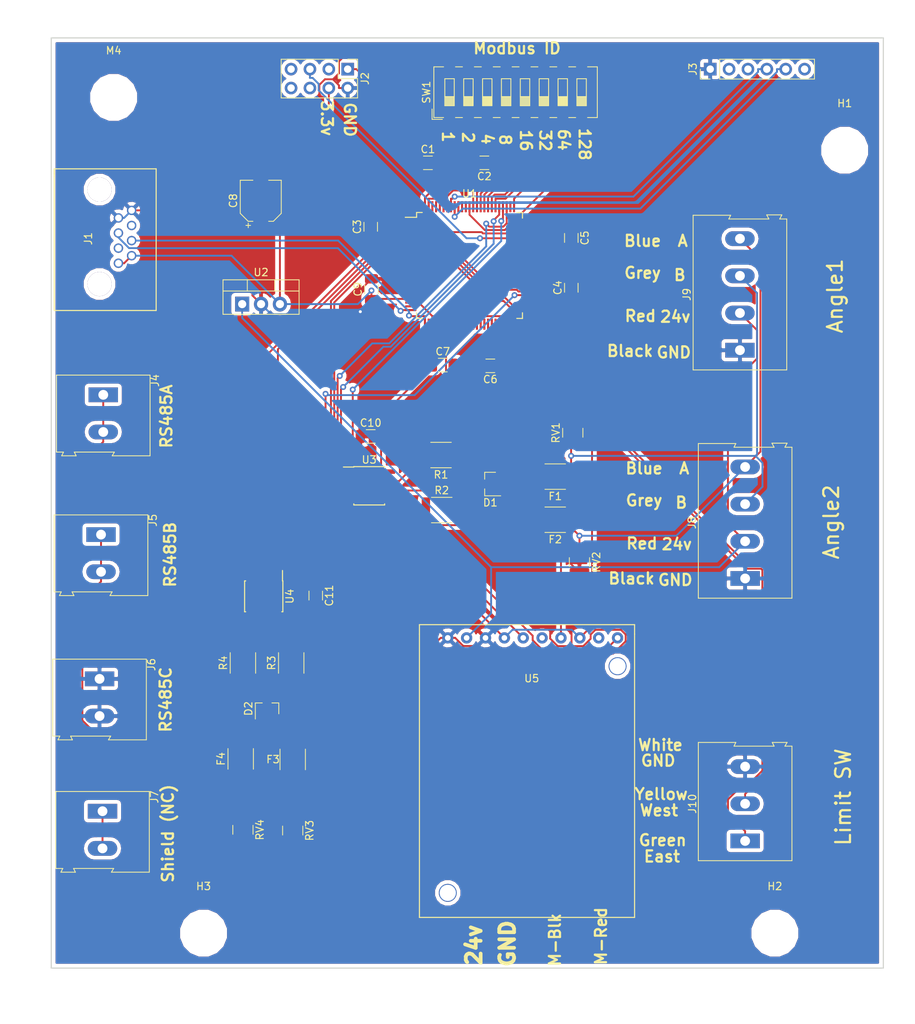
<source format=kicad_pcb>
(kicad_pcb (version 20171130) (host pcbnew 5.0.0-fee4fd1~66~ubuntu18.04.1)
  (layers (0 F.Cu signal) (31 B.Cu signal) (34 B.Paste user) (35 F.Paste user) (36 B.SilkS user) (37 F.SilkS user) (38 B.Mask user) (39 F.Mask user hide) (44 Edge.Cuts user))
  (net 0 "")
  (net 1 GND)
  (net 2 +3V3)
  (net 3 "Net-(D1-Pad1)")
  (net 4 "Net-(D1-Pad2)")
  (net 5 "Net-(D2-Pad2)")
  (net 6 "Net-(D2-Pad1)")
  (net 7 "/C-D/serial/AngleRS485B(+)")
  (net 8 "/C-D/serial/AngleRS485A(-)")
  (net 9 "/C-D/RS485B(+)")
  (net 10 "/C-D/RS485A(-)")
  (net 11 /RX)
  (net 12 /TX)
  (net 13 "Net-(J2-Pad1)")
  (net 14 "Net-(J2-Pad3)")
  (net 15 "Net-(J2-Pad5)")
  (net 16 "Net-(J2-Pad6)")
  (net 17 "Net-(J2-Pad7)")
  (net 18 "Net-(J2-Pad8)")
  (net 19 "Net-(J3-Pad2)")
  (net 20 "Net-(J3-Pad3)")
  (net 21 "Net-(J3-Pad4)")
  (net 22 "Net-(J3-Pad5)")
  (net 23 "Net-(J3-Pad6)")
  (net 24 +24V)
  (net 25 /GPIOE/EastLimit)
  (net 26 /GPIOE/WestLimit)
  (net 27 "Net-(R1-Pad2)")
  (net 28 "Net-(R2-Pad2)")
  (net 29 "Net-(R3-Pad2)")
  (net 30 "Net-(R4-Pad2)")
  (net 31 "Net-(U1-Pad1)")
  (net 32 /GPIOE/GoEast)
  (net 33 /GPIOE/CurrentSense)
  (net 34 "Net-(U1-Pad7)")
  (net 35 "Net-(U1-Pad8)")
  (net 36 "Net-(U1-Pad9)")
  (net 37 "Net-(U1-Pad10)")
  (net 38 "Net-(U1-Pad11)")
  (net 39 "Net-(U1-Pad12)")
  (net 40 "Net-(U1-Pad13)")
  (net 41 "Net-(U1-Pad14)")
  (net 42 "Net-(U1-Pad15)")
  (net 43 "Net-(U1-Pad16)")
  (net 44 "Net-(U1-Pad17)")
  (net 45 "Net-(U1-Pad18)")
  (net 46 "Net-(U1-Pad19)")
  (net 47 "Net-(U1-Pad23)")
  (net 48 "Net-(U1-Pad24)")
  (net 49 "Net-(U1-Pad27)")
  (net 50 "Net-(U1-Pad29)")
  (net 51 "Net-(U1-Pad30)")
  (net 52 "Net-(U1-Pad31)")
  (net 53 "Net-(U1-Pad32)")
  (net 54 "Net-(U1-Pad33)")
  (net 55 "Net-(U1-Pad34)")
  (net 56 "Net-(U1-Pad35)")
  (net 57 "Net-(U1-Pad36)")
  (net 58 "Net-(U1-Pad37)")
  (net 59 /GPIOE/GoWest)
  (net 60 "Net-(U1-Pad39)")
  (net 61 "Net-(U1-Pad40)")
  (net 62 "Net-(U1-Pad41)")
  (net 63 "Net-(U1-Pad42)")
  (net 64 "Net-(U1-Pad43)")
  (net 65 "Net-(U1-Pad44)")
  (net 66 "Net-(U1-Pad45)")
  (net 67 "Net-(U1-Pad46)")
  (net 68 "Net-(U1-Pad47)")
  (net 69 "Net-(U1-Pad48)")
  (net 70 "Net-(U1-Pad51)")
  (net 71 "Net-(U1-Pad52)")
  (net 72 "Net-(U1-Pad53)")
  (net 73 "Net-(U1-Pad54)")
  (net 74 /C-D/serial/TX)
  (net 75 /C-D/serial/RX)
  (net 76 /C-D/serial/TX_en)
  (net 77 "Net-(U1-Pad58)")
  (net 78 "Net-(U1-Pad59)")
  (net 79 "Net-(U1-Pad60)")
  (net 80 "Net-(U1-Pad61)")
  (net 81 "Net-(U1-Pad62)")
  (net 82 "Net-(U1-Pad63)")
  (net 83 "Net-(U1-Pad64)")
  (net 84 "Net-(U1-Pad65)")
  (net 85 "Net-(U1-Pad66)")
  (net 86 "Net-(U1-Pad67)")
  (net 87 "Net-(U1-Pad68)")
  (net 88 "Net-(U1-Pad69)")
  (net 89 "Net-(U1-Pad70)")
  (net 90 "Net-(U1-Pad71)")
  (net 91 "Net-(U1-Pad73)")
  (net 92 "Net-(U1-Pad77)")
  (net 93 /C-D/serial/AngleTX)
  (net 94 /C-D/serial/AngleRX)
  (net 95 /C-D/serial/AngleTX_en)
  (net 96 "Net-(U1-Pad89)")
  (net 97 "Net-(U1-Pad90)")
  (net 98 "Net-(U1-Pad91)")
  (net 99 "Net-(U1-Pad95)")
  (net 100 "Net-(U1-Pad96)")
  (net 101 "Net-(U1-Pad97)")
  (net 102 "Net-(U1-Pad98)")
  (net 103 "Net-(U5-Pad2)")
  (net 104 "Net-(U5-Pad5)")
  (net 105 "Net-(J1-Pad3)")
  (net 106 "Net-(J1-Pad6)")
  (net 107 "Net-(J7-Pad1)")
  (net 108 "Net-(SW1-Pad1)")
  (net 109 "Net-(SW1-Pad2)")
  (net 110 "Net-(SW1-Pad3)")
  (net 111 "Net-(SW1-Pad4)")
  (net 112 "Net-(SW1-Pad5)")
  (net 113 "Net-(SW1-Pad6)")
  (net 114 "Net-(SW1-Pad7)")
  (net 115 "Net-(SW1-Pad8)")
  (module "footprints:Pololu VNH5019 Breakout" (layer F.Cu) (at 153.8 111.8 180)
    (fp_text reference U5 (at 0.127 -1.651 180) (layer F.SilkS))
    (fp_text value VNH5019)
    (pad "" thru_hole circle (at 11.43 -30.48 180) (size 2.413 2.413) (drill 2.159) (layers *.Cu *.Mask))
    (pad "" thru_hole circle (at -11.43 0 180) (size 2.413 2.413) (drill 2.159) (layers *.Cu *.Mask))
    (pad 10 thru_hole circle (at 11.43 3.81 180) (size 1.524 1.524) (drill 0.762) (layers *.Cu *.Mask) (net 1 GND))
    (pad 9 thru_hole circle (at 8.89 3.81 180) (size 1.524 1.524) (drill 0.762) (layers *.Cu *.Mask) (net 24 +24V))
    (pad 8 thru_hole circle (at 6.35 3.81 180) (size 1.524 1.524) (drill 0.762) (layers *.Cu *.Mask) (net 1 GND))
    (pad 7 thru_hole circle (at 3.81 3.81 180) (size 1.524 1.524) (drill 0.762) (layers *.Cu *.Mask) (net 2 +3V3))
    (pad 6 thru_hole circle (at 1.27 3.81 180) (size 1.524 1.524) (drill 0.762) (layers *.Cu *.Mask) (net 32 /GPIOE/GoEast))
    (pad 5 thru_hole circle (at -1.27 3.81 180) (size 1.524 1.524) (drill 0.762) (layers *.Cu *.Mask) (net 104 "Net-(U5-Pad5)"))
    (pad 4 thru_hole circle (at -3.81 3.81 180) (size 1.524 1.524) (drill 0.762) (layers *.Cu *.Mask) (net 59 /GPIOE/GoWest))
    (pad 3 thru_hole circle (at -6.35 3.81 180) (size 1.524 1.524) (drill 0.762) (layers *.Cu *.Mask) (net 2 +3V3))
    (pad 2 thru_hole circle (at -8.89 3.81 180) (size 1.524 1.524) (drill 0.762) (layers *.Cu *.Mask) (net 103 "Net-(U5-Pad2)"))
    (pad 1 thru_hole circle (at -11.43 3.81 180) (size 1.524 1.524) (drill 0.762) (layers *.Cu *.Mask) (net 33 /GPIOE/CurrentSense))
  )
  (module Capacitor_SMD:C_1206_3216Metric (layer F.Cu) (at 139.7 44.1)
    (fp_text reference C1 (at 0 -1.82) (layer F.SilkS))
    (fp_text value 1uF)
    (pad 2 smd roundrect (at 1.4 0) (size 1.25 1.75) (layers F.Cu F.Paste F.Mask) (roundrect_rratio 0.2) (net 1 GND))
    (pad 1 smd roundrect (at -1.4 0) (size 1.25 1.75) (layers F.Cu F.Paste F.Mask) (roundrect_rratio 0.2) (net 2 +3V3))
  )
  (module Capacitor_SMD:C_1206_3216Metric (layer F.Cu) (at 147.3 44.1 180)
    (fp_text reference C2 (at 0 -1.82 180) (layer F.SilkS))
    (fp_text value .1uF)
    (pad 1 smd roundrect (at -1.4 0 180) (size 1.25 1.75) (layers F.Cu F.Paste F.Mask) (roundrect_rratio 0.2) (net 2 +3V3))
    (pad 2 smd roundrect (at 1.4 0 180) (size 1.25 1.75) (layers F.Cu F.Paste F.Mask) (roundrect_rratio 0.2) (net 1 GND))
  )
  (module Capacitor_SMD:C_1206_3216Metric (layer F.Cu) (at 132 52.7 90)
    (fp_text reference C3 (at 0 -1.82 90) (layer F.SilkS))
    (fp_text value 1uF)
    (pad 2 smd roundrect (at 1.4 0 90) (size 1.25 1.75) (layers F.Cu F.Paste F.Mask) (roundrect_rratio 0.2) (net 1 GND))
    (pad 1 smd roundrect (at -1.4 0 90) (size 1.25 1.75) (layers F.Cu F.Paste F.Mask) (roundrect_rratio 0.2) (net 2 +3V3))
  )
  (module Capacitor_SMD:C_1206_3216Metric (layer F.Cu) (at 159 60.9 90)
    (fp_text reference C4 (at 0 -1.82 90) (layer F.SilkS))
    (fp_text value .1uF)
    (pad 1 smd roundrect (at -1.4 0 90) (size 1.25 1.75) (layers F.Cu F.Paste F.Mask) (roundrect_rratio 0.2) (net 2 +3V3))
    (pad 2 smd roundrect (at 1.4 0 90) (size 1.25 1.75) (layers F.Cu F.Paste F.Mask) (roundrect_rratio 0.2) (net 1 GND))
  )
  (module Capacitor_SMD:C_1206_3216Metric (layer F.Cu) (at 159 54.2 270)
    (fp_text reference C5 (at 0 -1.82 270) (layer F.SilkS))
    (fp_text value 1uF)
    (pad 2 smd roundrect (at 1.4 0 270) (size 1.25 1.75) (layers F.Cu F.Paste F.Mask) (roundrect_rratio 0.2) (net 1 GND))
    (pad 1 smd roundrect (at -1.4 0 270) (size 1.25 1.75) (layers F.Cu F.Paste F.Mask) (roundrect_rratio 0.2) (net 2 +3V3))
  )
  (module Capacitor_SMD:C_1206_3216Metric (layer F.Cu) (at 148.1 71.4 180)
    (fp_text reference C6 (at 0 -1.82 180) (layer F.SilkS))
    (fp_text value .1uF)
    (pad 1 smd roundrect (at -1.4 0 180) (size 1.25 1.75) (layers F.Cu F.Paste F.Mask) (roundrect_rratio 0.2) (net 2 +3V3))
    (pad 2 smd roundrect (at 1.4 0 180) (size 1.25 1.75) (layers F.Cu F.Paste F.Mask) (roundrect_rratio 0.2) (net 1 GND))
  )
  (module Capacitor_SMD:C_1206_3216Metric (layer F.Cu) (at 141.7 71.3)
    (fp_text reference C7 (at 0 -1.82) (layer F.SilkS))
    (fp_text value 1uF)
    (pad 2 smd roundrect (at 1.4 0) (size 1.25 1.75) (layers F.Cu F.Paste F.Mask) (roundrect_rratio 0.2) (net 1 GND))
    (pad 1 smd roundrect (at -1.4 0) (size 1.25 1.75) (layers F.Cu F.Paste F.Mask) (roundrect_rratio 0.2) (net 2 +3V3))
  )
  (module Capacitor_SMD:CP_Elec_5x5.3 (layer F.Cu) (at 117.2 49.2 90)
    (fp_text reference C8 (at 0 -3.7 90) (layer F.SilkS))
    (fp_text value 100uF)
    (pad 1 smd rect (at -2.2 0 90) (size 3 1.6) (layers F.Cu F.Paste F.Mask) (net 2 +3V3))
    (pad 2 smd rect (at 2.2 0 90) (size 3 1.6) (layers F.Cu F.Paste F.Mask) (net 1 GND))
  )
  (module Capacitor_SMD:C_1206_3216Metric (layer F.Cu) (at 132.1 61.1 90)
    (fp_text reference C9 (at 0 -1.82 90) (layer F.SilkS))
    (fp_text value .1uF)
    (pad 1 smd roundrect (at -1.4 0 90) (size 1.25 1.75) (layers F.Cu F.Paste F.Mask) (roundrect_rratio 0.2) (net 2 +3V3))
    (pad 2 smd roundrect (at 1.4 0 90) (size 1.25 1.75) (layers F.Cu F.Paste F.Mask) (roundrect_rratio 0.2) (net 1 GND))
  )
  (module Capacitor_SMD:C_1206_3216Metric (layer F.Cu) (at 132 80.9)
    (fp_text reference C10 (at 0 -1.82) (layer F.SilkS))
    (fp_text value .1u)
    (pad 1 smd roundrect (at -1.4 0) (size 1.25 1.75) (layers F.Cu F.Paste F.Mask) (roundrect_rratio 0.2) (net 1 GND))
    (pad 2 smd roundrect (at 1.4 0) (size 1.25 1.75) (layers F.Cu F.Paste F.Mask) (roundrect_rratio 0.2) (net 2 +3V3))
  )
  (module Capacitor_SMD:C_1206_3216Metric (layer F.Cu) (at 124.6 102.3 270)
    (fp_text reference C11 (at 0 -1.82 270) (layer F.SilkS))
    (fp_text value .1u)
    (pad 2 smd roundrect (at 1.4 0 270) (size 1.25 1.75) (layers F.Cu F.Paste F.Mask) (roundrect_rratio 0.2) (net 2 +3V3))
    (pad 1 smd roundrect (at -1.4 0 270) (size 1.25 1.75) (layers F.Cu F.Paste F.Mask) (roundrect_rratio 0.2) (net 1 GND))
  )
  (module Package_TO_SOT_SMD:SOT-23 (layer F.Cu) (at 148.1 87.3 180)
    (fp_text reference D1 (at 0 -2.5 180) (layer F.SilkS))
    (fp_text value D_TVS_x2_AAC)
    (pad 1 smd rect (at -1 -0.95 180) (size 0.9 0.8) (layers F.Cu F.Paste F.Mask) (net 3 "Net-(D1-Pad1)"))
    (pad 2 smd rect (at -1 0.95 180) (size 0.9 0.8) (layers F.Cu F.Paste F.Mask) (net 4 "Net-(D1-Pad2)"))
    (pad 3 smd rect (at 1 0 180) (size 0.9 0.8) (layers F.Cu F.Paste F.Mask) (net 1 GND))
  )
  (module Package_TO_SOT_SMD:SOT-23 (layer F.Cu) (at 118.05 117.5 90)
    (fp_text reference D2 (at 0 -2.5 90) (layer F.SilkS))
    (fp_text value D_TVS_x2_AAC)
    (pad 3 smd rect (at 1 0 90) (size 0.9 0.8) (layers F.Cu F.Paste F.Mask) (net 1 GND))
    (pad 2 smd rect (at -1 0.95 90) (size 0.9 0.8) (layers F.Cu F.Paste F.Mask) (net 5 "Net-(D2-Pad2)"))
    (pad 1 smd rect (at -1 -0.95 90) (size 0.9 0.8) (layers F.Cu F.Paste F.Mask) (net 6 "Net-(D2-Pad1)"))
  )
  (module Resistor_SMD:R_1812_4532Metric (layer F.Cu) (at 156.838 86.3 180)
    (fp_text reference F1 (at 0 -2.65 180) (layer F.SilkS))
    (fp_text value Polyfuse_Small)
    (pad 1 smd roundrect (at -2.1375 0 180) (size 1.125 3.4) (layers F.Cu F.Paste F.Mask) (roundrect_rratio 0.222222) (net 7 "/C-D/serial/AngleRS485B(+)"))
    (pad 2 smd roundrect (at 2.1375 0 180) (size 1.125 3.4) (layers F.Cu F.Paste F.Mask) (roundrect_rratio 0.222222) (net 4 "Net-(D1-Pad2)"))
  )
  (module Resistor_SMD:R_1812_4532Metric (layer F.Cu) (at 156.838 92.1 180)
    (fp_text reference F2 (at 0 -2.65 180) (layer F.SilkS))
    (fp_text value Polyfuse_Small)
    (pad 2 smd roundrect (at 2.1375 0 180) (size 1.125 3.4) (layers F.Cu F.Paste F.Mask) (roundrect_rratio 0.222222) (net 3 "Net-(D1-Pad1)"))
    (pad 1 smd roundrect (at -2.1375 0 180) (size 1.125 3.4) (layers F.Cu F.Paste F.Mask) (roundrect_rratio 0.222222) (net 8 "/C-D/serial/AngleRS485A(-)"))
  )
  (module Resistor_SMD:R_1812_4532Metric (layer F.Cu) (at 121.5 124.338 90)
    (fp_text reference F3 (at 0 -2.65 180) (layer F.SilkS))
    (fp_text value Polyfuse_Small)
    (pad 2 smd roundrect (at 2.1375 0 90) (size 1.125 3.4) (layers F.Cu F.Paste F.Mask) (roundrect_rratio 0.222222) (net 5 "Net-(D2-Pad2)"))
    (pad 1 smd roundrect (at -2.1375 0 90) (size 1.125 3.4) (layers F.Cu F.Paste F.Mask) (roundrect_rratio 0.222222) (net 9 "/C-D/RS485B(+)"))
  )
  (module Resistor_SMD:R_1812_4532Metric (layer F.Cu) (at 114.5 124.262 90)
    (fp_text reference F4 (at 0 -2.65 90) (layer F.SilkS))
    (fp_text value Polyfuse_Small)
    (pad 1 smd roundrect (at -2.1375 0 90) (size 1.125 3.4) (layers F.Cu F.Paste F.Mask) (roundrect_rratio 0.222222) (net 10 "/C-D/RS485A(-)"))
    (pad 2 smd roundrect (at 2.1375 0 90) (size 1.125 3.4) (layers F.Cu F.Paste F.Mask) (roundrect_rratio 0.222222) (net 6 "Net-(D2-Pad1)"))
  )
  (module Connector_PinHeader_2.54mm:PinHeader_2x04_P2.54mm_Vertical (layer F.Cu) (at 128.9 31.5 270)
    (fp_text reference J2 (at 1.27 -2.33 270) (layer F.SilkS))
    (fp_text value Conn_02x04_Odd_Even)
    (pad 1 thru_hole rect (at 0 0 270) (size 1.7 1.7) (drill 1) (layers *.Cu *.Mask) (net 13 "Net-(J2-Pad1)"))
    (pad 2 thru_hole oval (at 2.54 0 270) (size 1.7 1.7) (drill 1) (layers *.Cu *.Mask) (net 1 GND))
    (pad 3 thru_hole oval (at 0 2.54 270) (size 1.7 1.7) (drill 1) (layers *.Cu *.Mask) (net 14 "Net-(J2-Pad3)"))
    (pad 4 thru_hole oval (at 2.54 2.54 270) (size 1.7 1.7) (drill 1) (layers *.Cu *.Mask) (net 2 +3V3))
    (pad 5 thru_hole oval (at 0 5.08 270) (size 1.7 1.7) (drill 1) (layers *.Cu *.Mask) (net 15 "Net-(J2-Pad5)"))
    (pad 6 thru_hole oval (at 2.54 5.08 270) (size 1.7 1.7) (drill 1) (layers *.Cu *.Mask) (net 16 "Net-(J2-Pad6)"))
    (pad 7 thru_hole oval (at 0 7.62 270) (size 1.7 1.7) (drill 1) (layers *.Cu *.Mask) (net 17 "Net-(J2-Pad7)"))
    (pad 8 thru_hole oval (at 2.54 7.62 270) (size 1.7 1.7) (drill 1) (layers *.Cu *.Mask) (net 18 "Net-(J2-Pad8)"))
  )
  (module Connector_PinHeader_2.54mm:PinHeader_1x06_P2.54mm_Vertical (layer F.Cu) (at 177.7 31.5 90)
    (fp_text reference J3 (at 0 -2.33 90) (layer F.SilkS))
    (fp_text value Conn_01x06)
    (pad 1 thru_hole rect (at 0 0 90) (size 1.7 1.7) (drill 1) (layers *.Cu *.Mask) (net 1 GND))
    (pad 2 thru_hole oval (at 0 2.54 90) (size 1.7 1.7) (drill 1) (layers *.Cu *.Mask) (net 19 "Net-(J3-Pad2)"))
    (pad 3 thru_hole oval (at 0 5.08 90) (size 1.7 1.7) (drill 1) (layers *.Cu *.Mask) (net 20 "Net-(J3-Pad3)"))
    (pad 4 thru_hole oval (at 0 7.62 90) (size 1.7 1.7) (drill 1) (layers *.Cu *.Mask) (net 21 "Net-(J3-Pad4)"))
    (pad 5 thru_hole oval (at 0 10.16 90) (size 1.7 1.7) (drill 1) (layers *.Cu *.Mask) (net 22 "Net-(J3-Pad5)"))
    (pad 6 thru_hole oval (at 0 12.7 90) (size 1.7 1.7) (drill 1) (layers *.Cu *.Mask) (net 23 "Net-(J3-Pad6)"))
  )
  (module Resistor_SMD:R_1812_4532Metric (layer F.Cu) (at 141.462 83.4 180)
    (fp_text reference R1 (at 0 -2.65 180) (layer F.SilkS))
    (fp_text value 10)
    (pad 1 smd roundrect (at -2.1375 0 180) (size 1.125 3.4) (layers F.Cu F.Paste F.Mask) (roundrect_rratio 0.222222) (net 4 "Net-(D1-Pad2)"))
    (pad 2 smd roundrect (at 2.1375 0 180) (size 1.125 3.4) (layers F.Cu F.Paste F.Mask) (roundrect_rratio 0.222222) (net 27 "Net-(R1-Pad2)"))
  )
  (module Resistor_SMD:R_1812_4532Metric (layer F.Cu) (at 141.562 90.8)
    (fp_text reference R2 (at 0 -2.65) (layer F.SilkS))
    (fp_text value 10)
    (pad 2 smd roundrect (at 2.1375 0) (size 1.125 3.4) (layers F.Cu F.Paste F.Mask) (roundrect_rratio 0.222222) (net 28 "Net-(R2-Pad2)"))
    (pad 1 smd roundrect (at -2.1375 0) (size 1.125 3.4) (layers F.Cu F.Paste F.Mask) (roundrect_rratio 0.222222) (net 3 "Net-(D1-Pad1)"))
  )
  (module Resistor_SMD:R_1812_4532Metric (layer F.Cu) (at 121.3 111.362 90)
    (fp_text reference R3 (at 0 -2.65 90) (layer F.SilkS))
    (fp_text value 10)
    (pad 2 smd roundrect (at 2.1375 0 90) (size 1.125 3.4) (layers F.Cu F.Paste F.Mask) (roundrect_rratio 0.222222) (net 29 "Net-(R3-Pad2)"))
    (pad 1 smd roundrect (at -2.1375 0 90) (size 1.125 3.4) (layers F.Cu F.Paste F.Mask) (roundrect_rratio 0.222222) (net 5 "Net-(D2-Pad2)"))
  )
  (module Resistor_SMD:R_1812_4532Metric (layer F.Cu) (at 114.8 111.362 90)
    (fp_text reference R4 (at 0 -2.65 90) (layer F.SilkS))
    (fp_text value 10)
    (pad 1 smd roundrect (at -2.1375 0 90) (size 1.125 3.4) (layers F.Cu F.Paste F.Mask) (roundrect_rratio 0.222222) (net 6 "Net-(D2-Pad1)"))
    (pad 2 smd roundrect (at 2.1375 0 90) (size 1.125 3.4) (layers F.Cu F.Paste F.Mask) (roundrect_rratio 0.222222) (net 30 "Net-(R4-Pad2)"))
  )
  (module Resistor_SMD:R_1210_3225Metric (layer F.Cu) (at 159.2 80.4 90)
    (fp_text reference RV1 (at 0 -2.28 90) (layer F.SilkS))
    (fp_text value Varistor)
    (pad 1 smd roundrect (at -1.4 0 90) (size 1.25 2.65) (layers F.Cu F.Paste F.Mask) (roundrect_rratio 0.2) (net 7 "/C-D/serial/AngleRS485B(+)"))
    (pad 2 smd roundrect (at 1.4 0 90) (size 1.25 2.65) (layers F.Cu F.Paste F.Mask) (roundrect_rratio 0.2) (net 1 GND))
  )
  (module Resistor_SMD:R_1210_3225Metric (layer F.Cu) (at 160.1 97.8 270)
    (fp_text reference RV2 (at 0 -2.28 270) (layer F.SilkS))
    (fp_text value Varistor)
    (pad 2 smd roundrect (at 1.4 0 270) (size 1.25 2.65) (layers F.Cu F.Paste F.Mask) (roundrect_rratio 0.2) (net 1 GND))
    (pad 1 smd roundrect (at -1.4 0 270) (size 1.25 2.65) (layers F.Cu F.Paste F.Mask) (roundrect_rratio 0.2) (net 8 "/C-D/serial/AngleRS485A(-)"))
  )
  (module Resistor_SMD:R_1210_3225Metric (layer F.Cu) (at 121.5 133.9 270)
    (fp_text reference RV3 (at 0 -2.28 270) (layer F.SilkS))
    (fp_text value Varistor)
    (pad 1 smd roundrect (at -1.4 0 270) (size 1.25 2.65) (layers F.Cu F.Paste F.Mask) (roundrect_rratio 0.2) (net 9 "/C-D/RS485B(+)"))
    (pad 2 smd roundrect (at 1.4 0 270) (size 1.25 2.65) (layers F.Cu F.Paste F.Mask) (roundrect_rratio 0.2) (net 1 GND))
  )
  (module Resistor_SMD:R_1210_3225Metric (layer F.Cu) (at 114.8 133.8 270)
    (fp_text reference RV4 (at 0 -2.28 270) (layer F.SilkS))
    (fp_text value Varistor)
    (pad 2 smd roundrect (at 1.4 0 270) (size 1.25 2.65) (layers F.Cu F.Paste F.Mask) (roundrect_rratio 0.2) (net 1 GND))
    (pad 1 smd roundrect (at -1.4 0 270) (size 1.25 2.65) (layers F.Cu F.Paste F.Mask) (roundrect_rratio 0.2) (net 10 "/C-D/RS485A(-)"))
  )
  (module Package_QFP:LQFP-100_14x14mm_P0.5mm (layer F.Cu) (at 145.3 57.9)
    (fp_text reference U1 (at 0 -9.65) (layer F.SilkS))
    (fp_text value "STM32F303V(B-C)Tx_u")
    (pad 1 smd rect (at -7.9 -6) (size 1.5 0.28) (layers F.Cu F.Paste F.Mask) (net 31 "Net-(U1-Pad1)"))
    (pad 2 smd rect (at -7.9 -5.5) (size 1.5 0.28) (layers F.Cu F.Paste F.Mask) (net 26 /GPIOE/WestLimit))
    (pad 3 smd rect (at -7.9 -5) (size 1.5 0.28) (layers F.Cu F.Paste F.Mask) (net 25 /GPIOE/EastLimit))
    (pad 4 smd rect (at -7.9 -4.5) (size 1.5 0.28) (layers F.Cu F.Paste F.Mask) (net 32 /GPIOE/GoEast))
    (pad 5 smd rect (at -7.9 -4) (size 1.5 0.28) (layers F.Cu F.Paste F.Mask) (net 33 /GPIOE/CurrentSense))
    (pad 6 smd rect (at -7.9 -3.5) (size 1.5 0.28) (layers F.Cu F.Paste F.Mask) (net 2 +3V3))
    (pad 7 smd rect (at -7.9 -3) (size 1.5 0.28) (layers F.Cu F.Paste F.Mask) (net 34 "Net-(U1-Pad7)"))
    (pad 8 smd rect (at -7.9 -2.5) (size 1.5 0.28) (layers F.Cu F.Paste F.Mask) (net 35 "Net-(U1-Pad8)"))
    (pad 9 smd rect (at -7.9 -2) (size 1.5 0.28) (layers F.Cu F.Paste F.Mask) (net 36 "Net-(U1-Pad9)"))
    (pad 10 smd rect (at -7.9 -1.5) (size 1.5 0.28) (layers F.Cu F.Paste F.Mask) (net 37 "Net-(U1-Pad10)"))
    (pad 11 smd rect (at -7.9 -1) (size 1.5 0.28) (layers F.Cu F.Paste F.Mask) (net 38 "Net-(U1-Pad11)"))
    (pad 12 smd rect (at -7.9 -0.5) (size 1.5 0.28) (layers F.Cu F.Paste F.Mask) (net 39 "Net-(U1-Pad12)"))
    (pad 13 smd rect (at -7.9 0) (size 1.5 0.28) (layers F.Cu F.Paste F.Mask) (net 40 "Net-(U1-Pad13)"))
    (pad 14 smd rect (at -7.9 0.5) (size 1.5 0.28) (layers F.Cu F.Paste F.Mask) (net 41 "Net-(U1-Pad14)"))
    (pad 15 smd rect (at -7.9 1) (size 1.5 0.28) (layers F.Cu F.Paste F.Mask) (net 42 "Net-(U1-Pad15)"))
    (pad 16 smd rect (at -7.9 1.5) (size 1.5 0.28) (layers F.Cu F.Paste F.Mask) (net 43 "Net-(U1-Pad16)"))
    (pad 17 smd rect (at -7.9 2) (size 1.5 0.28) (layers F.Cu F.Paste F.Mask) (net 44 "Net-(U1-Pad17)"))
    (pad 18 smd rect (at -7.9 2.5) (size 1.5 0.28) (layers F.Cu F.Paste F.Mask) (net 45 "Net-(U1-Pad18)"))
    (pad 19 smd rect (at -7.9 3) (size 1.5 0.28) (layers F.Cu F.Paste F.Mask) (net 46 "Net-(U1-Pad19)"))
    (pad 20 smd rect (at -7.9 3.5) (size 1.5 0.28) (layers F.Cu F.Paste F.Mask) (net 1 GND))
    (pad 21 smd rect (at -7.9 4) (size 1.5 0.28) (layers F.Cu F.Paste F.Mask) (net 2 +3V3))
    (pad 22 smd rect (at -7.9 4.5) (size 1.5 0.28) (layers F.Cu F.Paste F.Mask) (net 2 +3V3))
    (pad 23 smd rect (at -7.9 5) (size 1.5 0.28) (layers F.Cu F.Paste F.Mask) (net 47 "Net-(U1-Pad23)"))
    (pad 24 smd rect (at -7.9 5.5) (size 1.5 0.28) (layers F.Cu F.Paste F.Mask) (net 48 "Net-(U1-Pad24)"))
    (pad 25 smd rect (at -7.9 6) (size 1.5 0.28) (layers F.Cu F.Paste F.Mask) (net 12 /TX))
    (pad 26 smd rect (at -6 7.9 90) (size 1.5 0.28) (layers F.Cu F.Paste F.Mask) (net 11 /RX))
    (pad 27 smd rect (at -5.5 7.9 90) (size 1.5 0.28) (layers F.Cu F.Paste F.Mask) (net 49 "Net-(U1-Pad27)"))
    (pad 28 smd rect (at -5 7.9 90) (size 1.5 0.28) (layers F.Cu F.Paste F.Mask) (net 2 +3V3))
    (pad 29 smd rect (at -4.5 7.9 90) (size 1.5 0.28) (layers F.Cu F.Paste F.Mask) (net 50 "Net-(U1-Pad29)"))
    (pad 30 smd rect (at -4 7.9 90) (size 1.5 0.28) (layers F.Cu F.Paste F.Mask) (net 51 "Net-(U1-Pad30)"))
    (pad 31 smd rect (at -3.5 7.9 90) (size 1.5 0.28) (layers F.Cu F.Paste F.Mask) (net 52 "Net-(U1-Pad31)"))
    (pad 32 smd rect (at -3 7.9 90) (size 1.5 0.28) (layers F.Cu F.Paste F.Mask) (net 53 "Net-(U1-Pad32)"))
    (pad 33 smd rect (at -2.5 7.9 90) (size 1.5 0.28) (layers F.Cu F.Paste F.Mask) (net 54 "Net-(U1-Pad33)"))
    (pad 34 smd rect (at -2 7.9 90) (size 1.5 0.28) (layers F.Cu F.Paste F.Mask) (net 55 "Net-(U1-Pad34)"))
    (pad 35 smd rect (at -1.5 7.9 90) (size 1.5 0.28) (layers F.Cu F.Paste F.Mask) (net 56 "Net-(U1-Pad35)"))
    (pad 36 smd rect (at -1 7.9 90) (size 1.5 0.28) (layers F.Cu F.Paste F.Mask) (net 57 "Net-(U1-Pad36)"))
    (pad 37 smd rect (at -0.5 7.9 90) (size 1.5 0.28) (layers F.Cu F.Paste F.Mask) (net 58 "Net-(U1-Pad37)"))
    (pad 38 smd rect (at 0 7.9 90) (size 1.5 0.28) (layers F.Cu F.Paste F.Mask) (net 59 /GPIOE/GoWest))
    (pad 39 smd rect (at 0.5 7.9 90) (size 1.5 0.28) (layers F.Cu F.Paste F.Mask) (net 60 "Net-(U1-Pad39)"))
    (pad 40 smd rect (at 1 7.9 90) (size 1.5 0.28) (layers F.Cu F.Paste F.Mask) (net 61 "Net-(U1-Pad40)"))
    (pad 41 smd rect (at 1.5 7.9 90) (size 1.5 0.28) (layers F.Cu F.Paste F.Mask) (net 62 "Net-(U1-Pad41)"))
    (pad 42 smd rect (at 2 7.9 90) (size 1.5 0.28) (layers F.Cu F.Paste F.Mask) (net 63 "Net-(U1-Pad42)"))
    (pad 43 smd rect (at 2.5 7.9 90) (size 1.5 0.28) (layers F.Cu F.Paste F.Mask) (net 64 "Net-(U1-Pad43)"))
    (pad 44 smd rect (at 3 7.9 90) (size 1.5 0.28) (layers F.Cu F.Paste F.Mask) (net 65 "Net-(U1-Pad44)"))
    (pad 45 smd rect (at 3.5 7.9 90) (size 1.5 0.28) (layers F.Cu F.Paste F.Mask) (net 66 "Net-(U1-Pad45)"))
    (pad 46 smd rect (at 4 7.9 90) (size 1.5 0.28) (layers F.Cu F.Paste F.Mask) (net 67 "Net-(U1-Pad46)"))
    (pad 47 smd rect (at 4.5 7.9 90) (size 1.5 0.28) (layers F.Cu F.Paste F.Mask) (net 68 "Net-(U1-Pad47)"))
    (pad 48 smd rect (at 5 7.9 90) (size 1.5 0.28) (layers F.Cu F.Paste F.Mask) (net 69 "Net-(U1-Pad48)"))
    (pad 49 smd rect (at 5.5 7.9 90) (size 1.5 0.28) (layers F.Cu F.Paste F.Mask) (net 1 GND))
    (pad 50 smd rect (at 6 7.9 90) (size 1.5 0.28) (layers F.Cu F.Paste F.Mask) (net 2 +3V3))
    (pad 51 smd rect (at 7.9 6) (size 1.5 0.28) (layers F.Cu F.Paste F.Mask) (net 70 "Net-(U1-Pad51)"))
    (pad 52 smd rect (at 7.9 5.5) (size 1.5 0.28) (layers F.Cu F.Paste F.Mask) (net 71 "Net-(U1-Pad52)"))
    (pad 53 smd rect (at 7.9 5) (size 1.5 0.28) (layers F.Cu F.Paste F.Mask) (net 72 "Net-(U1-Pad53)"))
    (pad 54 smd rect (at 7.9 4.5) (size 1.5 0.28) (layers F.Cu F.Paste F.Mask) (net 73 "Net-(U1-Pad54)"))
    (pad 55 smd rect (at 7.9 4) (size 1.5 0.28) (layers F.Cu F.Paste F.Mask) (net 74 /C-D/serial/TX))
    (pad 56 smd rect (at 7.9 3.5) (size 1.5 0.28) (layers F.Cu F.Paste F.Mask) (net 75 /C-D/serial/RX))
    (pad 57 smd rect (at 7.9 3) (size 1.5 0.28) (layers F.Cu F.Paste F.Mask) (net 76 /C-D/serial/TX_en))
    (pad 58 smd rect (at 7.9 2.5) (size 1.5 0.28) (layers F.Cu F.Paste F.Mask) (net 77 "Net-(U1-Pad58)"))
    (pad 59 smd rect (at 7.9 2) (size 1.5 0.28) (layers F.Cu F.Paste F.Mask) (net 78 "Net-(U1-Pad59)"))
    (pad 60 smd rect (at 7.9 1.5) (size 1.5 0.28) (layers F.Cu F.Paste F.Mask) (net 79 "Net-(U1-Pad60)"))
    (pad 61 smd rect (at 7.9 1) (size 1.5 0.28) (layers F.Cu F.Paste F.Mask) (net 80 "Net-(U1-Pad61)"))
    (pad 62 smd rect (at 7.9 0.5) (size 1.5 0.28) (layers F.Cu F.Paste F.Mask) (net 81 "Net-(U1-Pad62)"))
    (pad 63 smd rect (at 7.9 0) (size 1.5 0.28) (layers F.Cu F.Paste F.Mask) (net 82 "Net-(U1-Pad63)"))
    (pad 64 smd rect (at 7.9 -0.5) (size 1.5 0.28) (layers F.Cu F.Paste F.Mask) (net 83 "Net-(U1-Pad64)"))
    (pad 65 smd rect (at 7.9 -1) (size 1.5 0.28) (layers F.Cu F.Paste F.Mask) (net 84 "Net-(U1-Pad65)"))
    (pad 66 smd rect (at 7.9 -1.5) (size 1.5 0.28) (layers F.Cu F.Paste F.Mask) (net 85 "Net-(U1-Pad66)"))
    (pad 67 smd rect (at 7.9 -2) (size 1.5 0.28) (layers F.Cu F.Paste F.Mask) (net 86 "Net-(U1-Pad67)"))
    (pad 68 smd rect (at 7.9 -2.5) (size 1.5 0.28) (layers F.Cu F.Paste F.Mask) (net 87 "Net-(U1-Pad68)"))
    (pad 69 smd rect (at 7.9 -3) (size 1.5 0.28) (layers F.Cu F.Paste F.Mask) (net 88 "Net-(U1-Pad69)"))
    (pad 70 smd rect (at 7.9 -3.5) (size 1.5 0.28) (layers F.Cu F.Paste F.Mask) (net 89 "Net-(U1-Pad70)"))
    (pad 71 smd rect (at 7.9 -4) (size 1.5 0.28) (layers F.Cu F.Paste F.Mask) (net 90 "Net-(U1-Pad71)"))
    (pad 72 smd rect (at 7.9 -4.5) (size 1.5 0.28) (layers F.Cu F.Paste F.Mask) (net 15 "Net-(J2-Pad5)"))
    (pad 73 smd rect (at 7.9 -5) (size 1.5 0.28) (layers F.Cu F.Paste F.Mask) (net 91 "Net-(U1-Pad73)"))
    (pad 74 smd rect (at 7.9 -5.5) (size 1.5 0.28) (layers F.Cu F.Paste F.Mask) (net 1 GND))
    (pad 75 smd rect (at 7.9 -6) (size 1.5 0.28) (layers F.Cu F.Paste F.Mask) (net 2 +3V3))
    (pad 76 smd rect (at 6 -7.9 90) (size 1.5 0.28) (layers F.Cu F.Paste F.Mask) (net 13 "Net-(J2-Pad1)"))
    (pad 77 smd rect (at 5.5 -7.9 90) (size 1.5 0.28) (layers F.Cu F.Paste F.Mask) (net 92 "Net-(U1-Pad77)"))
    (pad 78 smd rect (at 5 -7.9 90) (size 1.5 0.28) (layers F.Cu F.Paste F.Mask) (net 93 /C-D/serial/AngleTX))
    (pad 79 smd rect (at 4.5 -7.9 90) (size 1.5 0.28) (layers F.Cu F.Paste F.Mask) (net 94 /C-D/serial/AngleRX))
    (pad 80 smd rect (at 4 -7.9 90) (size 1.5 0.28) (layers F.Cu F.Paste F.Mask) (net 95 /C-D/serial/AngleTX_en))
    (pad 81 smd rect (at 3.5 -7.9 90) (size 1.5 0.28) (layers F.Cu F.Paste F.Mask) (net 108 "Net-(SW1-Pad1)"))
    (pad 82 smd rect (at 3 -7.9 90) (size 1.5 0.28) (layers F.Cu F.Paste F.Mask) (net 109 "Net-(SW1-Pad2)"))
    (pad 83 smd rect (at 2.5 -7.9 90) (size 1.5 0.28) (layers F.Cu F.Paste F.Mask) (net 110 "Net-(SW1-Pad3)"))
    (pad 84 smd rect (at 2 -7.9 90) (size 1.5 0.28) (layers F.Cu F.Paste F.Mask) (net 111 "Net-(SW1-Pad4)"))
    (pad 85 smd rect (at 1.5 -7.9 90) (size 1.5 0.28) (layers F.Cu F.Paste F.Mask) (net 112 "Net-(SW1-Pad5)"))
    (pad 86 smd rect (at 1 -7.9 90) (size 1.5 0.28) (layers F.Cu F.Paste F.Mask) (net 113 "Net-(SW1-Pad6)"))
    (pad 87 smd rect (at 0.5 -7.9 90) (size 1.5 0.28) (layers F.Cu F.Paste F.Mask) (net 114 "Net-(SW1-Pad7)"))
    (pad 88 smd rect (at 0 -7.9 90) (size 1.5 0.28) (layers F.Cu F.Paste F.Mask) (net 115 "Net-(SW1-Pad8)"))
    (pad 89 smd rect (at -0.5 -7.9 90) (size 1.5 0.28) (layers F.Cu F.Paste F.Mask) (net 96 "Net-(U1-Pad89)"))
    (pad 90 smd rect (at -1 -7.9 90) (size 1.5 0.28) (layers F.Cu F.Paste F.Mask) (net 97 "Net-(U1-Pad90)"))
    (pad 91 smd rect (at -1.5 -7.9 90) (size 1.5 0.28) (layers F.Cu F.Paste F.Mask) (net 98 "Net-(U1-Pad91)"))
    (pad 92 smd rect (at -2 -7.9 90) (size 1.5 0.28) (layers F.Cu F.Paste F.Mask) (net 22 "Net-(J3-Pad5)"))
    (pad 93 smd rect (at -2.5 -7.9 90) (size 1.5 0.28) (layers F.Cu F.Paste F.Mask) (net 21 "Net-(J3-Pad4)"))
    (pad 94 smd rect (at -3 -7.9 90) (size 1.5 0.28) (layers F.Cu F.Paste F.Mask) (net 1 GND))
    (pad 95 smd rect (at -3.5 -7.9 90) (size 1.5 0.28) (layers F.Cu F.Paste F.Mask) (net 99 "Net-(U1-Pad95)"))
    (pad 96 smd rect (at -4 -7.9 90) (size 1.5 0.28) (layers F.Cu F.Paste F.Mask) (net 100 "Net-(U1-Pad96)"))
    (pad 97 smd rect (at -4.5 -7.9 90) (size 1.5 0.28) (layers F.Cu F.Paste F.Mask) (net 101 "Net-(U1-Pad97)"))
    (pad 98 smd rect (at -5 -7.9 90) (size 1.5 0.28) (layers F.Cu F.Paste F.Mask) (net 102 "Net-(U1-Pad98)"))
    (pad 99 smd rect (at -5.5 -7.9 90) (size 1.5 0.28) (layers F.Cu F.Paste F.Mask) (net 1 GND))
    (pad 100 smd rect (at -6 -7.9 90) (size 1.5 0.28) (layers F.Cu F.Paste F.Mask) (net 2 +3V3))
  )
  (module Package_TO_SOT_THT:TO-220-3_Vertical (layer F.Cu) (at 114.7 63.1)
    (fp_text reference U2 (at 2.54 -4.27) (layer F.SilkS))
    (fp_text value R-78B3.3-2.0)
    (pad 1 thru_hole rect (at 0 0) (size 1.905 2) (drill 1.1) (layers *.Cu *.Mask) (net 24 +24V))
    (pad 2 thru_hole oval (at 2.54 0) (size 1.905 2) (drill 1.1) (layers *.Cu *.Mask) (net 1 GND))
    (pad 3 thru_hole oval (at 5.08 0) (size 1.905 2) (drill 1.1) (layers *.Cu *.Mask) (net 2 +3V3))
  )
  (module Package_SO:SOIC-8_3.9x4.9mm_P1.27mm (layer F.Cu) (at 131.8 87.535)
    (fp_text reference U3 (at 0 -3.5) (layer F.SilkS))
    (fp_text value SN65HV7X)
    (pad 8 smd rect (at 2.7 -1.905) (size 1.55 0.6) (layers F.Cu F.Paste F.Mask) (net 2 +3V3))
    (pad 7 smd rect (at 2.7 -0.635) (size 1.55 0.6) (layers F.Cu F.Paste F.Mask) (net 27 "Net-(R1-Pad2)"))
    (pad 6 smd rect (at 2.7 0.635) (size 1.55 0.6) (layers F.Cu F.Paste F.Mask) (net 28 "Net-(R2-Pad2)"))
    (pad 5 smd rect (at 2.7 1.905) (size 1.55 0.6) (layers F.Cu F.Paste F.Mask) (net 1 GND))
    (pad 4 smd rect (at -2.7 1.905) (size 1.55 0.6) (layers F.Cu F.Paste F.Mask) (net 93 /C-D/serial/AngleTX))
    (pad 3 smd rect (at -2.7 0.635) (size 1.55 0.6) (layers F.Cu F.Paste F.Mask) (net 95 /C-D/serial/AngleTX_en))
    (pad 2 smd rect (at -2.7 -0.635) (size 1.55 0.6) (layers F.Cu F.Paste F.Mask) (net 95 /C-D/serial/AngleTX_en))
    (pad 1 smd rect (at -2.7 -1.905) (size 1.55 0.6) (layers F.Cu F.Paste F.Mask) (net 94 /C-D/serial/AngleRX))
  )
  (module Package_SO:SOIC-8_3.9x4.9mm_P1.27mm (layer F.Cu) (at 117.6 102.4 270)
    (fp_text reference U4 (at 0 -3.5 270) (layer F.SilkS))
    (fp_text value SN65HV7X)
    (pad 1 smd rect (at -2.7 -1.905 270) (size 1.55 0.6) (layers F.Cu F.Paste F.Mask) (net 75 /C-D/serial/RX))
    (pad 2 smd rect (at -2.7 -0.635 270) (size 1.55 0.6) (layers F.Cu F.Paste F.Mask) (net 76 /C-D/serial/TX_en))
    (pad 3 smd rect (at -2.7 0.635 270) (size 1.55 0.6) (layers F.Cu F.Paste F.Mask) (net 76 /C-D/serial/TX_en))
    (pad 4 smd rect (at -2.7 1.905 270) (size 1.55 0.6) (layers F.Cu F.Paste F.Mask) (net 74 /C-D/serial/TX))
    (pad 5 smd rect (at 2.7 1.905 270) (size 1.55 0.6) (layers F.Cu F.Paste F.Mask) (net 1 GND))
    (pad 6 smd rect (at 2.7 0.635 270) (size 1.55 0.6) (layers F.Cu F.Paste F.Mask) (net 30 "Net-(R4-Pad2)"))
    (pad 7 smd rect (at 2.7 -0.635 270) (size 1.55 0.6) (layers F.Cu F.Paste F.Mask) (net 29 "Net-(R3-Pad2)"))
    (pad 8 smd rect (at 2.7 -1.905 270) (size 1.55 0.6) (layers F.Cu F.Paste F.Mask) (net 2 +3V3))
  )
  (module footprints:RJ45 (layer F.Cu) (at 95.5 47.7 270)
    (fp_text reference J1 (at 6.604 1.524 270) (layer F.SilkS))
    (fp_text value Conn_01x08)
    (pad "" thru_hole circle (at 0 0 270) (size 3.25 3.25) (drill 3.25) (layers *.Cu *.Mask))
    (pad "" thru_hole circle (at 12.7 0 270) (size 3.25 3.25) (drill 3.25) (layers *.Cu *.Mask))
    (pad 8 thru_hole circle (at 2.794 -4.318 270) (size 1.27 1.27) (drill 0.889) (layers *.Cu *.Mask) (net 1 GND))
    (pad 7 thru_hole circle (at 3.81 -2.54 270) (size 1.27 1.27) (drill 0.889) (layers *.Cu *.Mask) (net 1 GND))
    (pad 6 thru_hole circle (at 4.826 -4.318 270) (size 1.27 1.27) (drill 0.889) (layers *.Cu *.Mask) (net 106 "Net-(J1-Pad6)"))
    (pad 5 thru_hole circle (at 5.842 -2.54 270) (size 1.27 1.27) (drill 0.889) (layers *.Cu *.Mask) (net 12 /TX))
    (pad 4 thru_hole circle (at 6.858 -4.318 270) (size 1.27 1.27) (drill 0.889) (layers *.Cu *.Mask) (net 11 /RX))
    (pad 3 thru_hole circle (at 7.874 -2.54 270) (size 1.27 1.27) (drill 0.889) (layers *.Cu *.Mask) (net 105 "Net-(J1-Pad3)"))
    (pad 2 thru_hole circle (at 8.89 -4.318 270) (size 1.27 1.27) (drill 0.889) (layers *.Cu *.Mask) (net 2 +3V3))
    (pad 1 thru_hole circle (at 9.906 -2.54 270) (size 1.27 1.27) (drill 0.889) (layers *.Cu *.Mask) (net 2 +3V3))
  )
  (module MountingHole:MountingHole_5.3mm_M5 (layer F.Cu) (at 195.8 42.4)
    (fp_text reference H1 (at 0 -6.3) (layer F.SilkS))
    (fp_text value MountingHole_5.3mm_M5)
    (pad 1 np_thru_hole circle (at 0 0) (size 5.3 5.3) (drill 5.3) (layers *.Cu *.Mask))
  )
  (module MountingHole:MountingHole_5.3mm_M5 (layer F.Cu) (at 186.4 147.7)
    (fp_text reference H2 (at 0 -6.3) (layer F.SilkS))
    (fp_text value MountingHole_5.3mm_M5)
    (pad 1 np_thru_hole circle (at 0 0) (size 5.3 5.3) (drill 5.3) (layers *.Cu *.Mask))
  )
  (module MountingHole:MountingHole_5.3mm_M5 (layer F.Cu) (at 109.5 147.7)
    (fp_text reference H3 (at 0 -6.3) (layer F.SilkS))
    (fp_text value MountingHole_5.3mm_M5)
    (pad 1 np_thru_hole circle (at 0 0) (size 5.3 5.3) (drill 5.3) (layers *.Cu *.Mask))
  )
  (module TerminalBlock:TerminalBlock_Altech_AK300-2_P5.00mm (layer F.Cu) (at 96 75.3 270)
    (fp_text reference J4 (at -1.92 -6.99 270) (layer F.SilkS))
    (fp_text value Conn_01x02)
    (pad 2 thru_hole oval (at 5 0 270) (size 1.98 3.96) (drill 1.32) (layers *.Cu *.Mask) (net 10 "/C-D/RS485A(-)"))
    (pad 1 thru_hole rect (at 0 0 270) (size 1.98 3.96) (drill 1.32) (layers *.Cu *.Mask) (net 10 "/C-D/RS485A(-)"))
  )
  (module TerminalBlock:TerminalBlock_Altech_AK300-2_P5.00mm (layer F.Cu) (at 95.7 94.1 270)
    (fp_text reference J5 (at -1.92 -6.99 270) (layer F.SilkS))
    (fp_text value Conn_01x02)
    (pad 1 thru_hole rect (at 0 0 270) (size 1.98 3.96) (drill 1.32) (layers *.Cu *.Mask) (net 9 "/C-D/RS485B(+)"))
    (pad 2 thru_hole oval (at 5 0 270) (size 1.98 3.96) (drill 1.32) (layers *.Cu *.Mask) (net 9 "/C-D/RS485B(+)"))
  )
  (module TerminalBlock:TerminalBlock_Altech_AK300-2_P5.00mm (layer F.Cu) (at 95.5 113.5 270)
    (fp_text reference J6 (at -1.92 -6.99 270) (layer F.SilkS))
    (fp_text value Conn_01x02)
    (pad 1 thru_hole rect (at 0 0 270) (size 1.98 3.96) (drill 1.32) (layers *.Cu *.Mask) (net 1 GND))
    (pad 2 thru_hole oval (at 5 0 270) (size 1.98 3.96) (drill 1.32) (layers *.Cu *.Mask) (net 1 GND))
  )
  (module TerminalBlock:TerminalBlock_Altech_AK300-2_P5.00mm (layer F.Cu) (at 95.9 131.3 270)
    (fp_text reference J7 (at -1.92 -6.99 270) (layer F.SilkS))
    (fp_text value Conn_01x02)
    (pad 2 thru_hole oval (at 5 0 270) (size 1.98 3.96) (drill 1.32) (layers *.Cu *.Mask) (net 107 "Net-(J7-Pad1)"))
    (pad 1 thru_hole rect (at 0 0 270) (size 1.98 3.96) (drill 1.32) (layers *.Cu *.Mask) (net 107 "Net-(J7-Pad1)"))
  )
  (module TerminalBlock:TerminalBlock_Altech_AK300-4_P5.00mm (layer F.Cu) (at 182.4 100 90)
    (fp_text reference J8 (at 7.5 -7.15 90) (layer F.SilkS))
    (fp_text value Conn_01x04)
    (pad 3 thru_hole oval (at 10 0 90) (size 1.98 3.96) (drill 1.32) (layers *.Cu *.Mask) (net 7 "/C-D/serial/AngleRS485B(+)"))
    (pad 4 thru_hole oval (at 15 0 90) (size 1.98 3.96) (drill 1.32) (layers *.Cu *.Mask) (net 8 "/C-D/serial/AngleRS485A(-)"))
    (pad 2 thru_hole oval (at 5 0 90) (size 1.98 3.96) (drill 1.32) (layers *.Cu *.Mask) (net 24 +24V))
    (pad 1 thru_hole rect (at 0 0 90) (size 1.98 3.96) (drill 1.32) (layers *.Cu *.Mask) (net 1 GND))
  )
  (module TerminalBlock:TerminalBlock_Altech_AK300-4_P5.00mm (layer F.Cu) (at 181.7 69.3 90)
    (fp_text reference J9 (at 7.5 -7.15 90) (layer F.SilkS))
    (fp_text value Conn_01x04)
    (pad 1 thru_hole rect (at 0 0 90) (size 1.98 3.96) (drill 1.32) (layers *.Cu *.Mask) (net 1 GND))
    (pad 2 thru_hole oval (at 5 0 90) (size 1.98 3.96) (drill 1.32) (layers *.Cu *.Mask) (net 24 +24V))
    (pad 4 thru_hole oval (at 15 0 90) (size 1.98 3.96) (drill 1.32) (layers *.Cu *.Mask) (net 8 "/C-D/serial/AngleRS485A(-)"))
    (pad 3 thru_hole oval (at 10 0 90) (size 1.98 3.96) (drill 1.32) (layers *.Cu *.Mask) (net 7 "/C-D/serial/AngleRS485B(+)"))
  )
  (module TerminalBlock:TerminalBlock_Altech_AK300-3_P5.00mm (layer F.Cu) (at 182.4 135.3 90)
    (fp_text reference J10 (at 5 -7.1 90) (layer F.SilkS))
    (fp_text value Conn_01x03)
    (pad 1 thru_hole rect (at 0 0 90) (size 1.98 3.96) (drill 1.32) (layers *.Cu *.Mask) (net 25 /GPIOE/EastLimit))
    (pad 2 thru_hole oval (at 5 0 90) (size 1.98 3.96) (drill 1.32) (layers *.Cu *.Mask) (net 26 /GPIOE/WestLimit))
    (pad 3 thru_hole oval (at 10 0 90) (size 1.98 3.96) (drill 1.32) (layers *.Cu *.Mask) (net 1 GND))
  )
  (module Button_Switch_SMD:SW_DIP_SPSTx08_Slide_6.7x21.88mm_W6.73mm_P2.54mm_LowProfile_JPin (layer F.Cu) (at 151.5 34.6 90)
    (fp_text reference SW1 (at 0 -12 90) (layer F.SilkS))
    (fp_text value SW-DIP-8)
    (pad 1 smd rect (at -3.365 -8.89 90) (size 2.16 1.12) (layers F.Cu F.Paste F.Mask) (net 108 "Net-(SW1-Pad1)"))
    (pad 9 smd rect (at 3.365 8.89 90) (size 2.16 1.12) (layers F.Cu F.Paste F.Mask) (net 1 GND))
    (pad 2 smd rect (at -3.365 -6.35 90) (size 2.16 1.12) (layers F.Cu F.Paste F.Mask) (net 109 "Net-(SW1-Pad2)"))
    (pad 10 smd rect (at 3.365 6.35 90) (size 2.16 1.12) (layers F.Cu F.Paste F.Mask) (net 1 GND))
    (pad 3 smd rect (at -3.365 -3.81 90) (size 2.16 1.12) (layers F.Cu F.Paste F.Mask) (net 110 "Net-(SW1-Pad3)"))
    (pad 11 smd rect (at 3.365 3.81 90) (size 2.16 1.12) (layers F.Cu F.Paste F.Mask) (net 1 GND))
    (pad 4 smd rect (at -3.365 -1.27 90) (size 2.16 1.12) (layers F.Cu F.Paste F.Mask) (net 111 "Net-(SW1-Pad4)"))
    (pad 12 smd rect (at 3.365 1.27 90) (size 2.16 1.12) (layers F.Cu F.Paste F.Mask) (net 1 GND))
    (pad 5 smd rect (at -3.365 1.27 90) (size 2.16 1.12) (layers F.Cu F.Paste F.Mask) (net 112 "Net-(SW1-Pad5)"))
    (pad 13 smd rect (at 3.365 -1.27 90) (size 2.16 1.12) (layers F.Cu F.Paste F.Mask) (net 1 GND))
    (pad 6 smd rect (at -3.365 3.81 90) (size 2.16 1.12) (layers F.Cu F.Paste F.Mask) (net 113 "Net-(SW1-Pad6)"))
    (pad 14 smd rect (at 3.365 -3.81 90) (size 2.16 1.12) (layers F.Cu F.Paste F.Mask) (net 1 GND))
    (pad 7 smd rect (at -3.365 6.35 90) (size 2.16 1.12) (layers F.Cu F.Paste F.Mask) (net 114 "Net-(SW1-Pad7)"))
    (pad 15 smd rect (at 3.365 -6.35 90) (size 2.16 1.12) (layers F.Cu F.Paste F.Mask) (net 1 GND))
    (pad 8 smd rect (at -3.365 8.89 90) (size 2.16 1.12) (layers F.Cu F.Paste F.Mask) (net 115 "Net-(SW1-Pad8)"))
    (pad 16 smd rect (at 3.365 -8.89 90) (size 2.16 1.12) (layers F.Cu F.Paste F.Mask) (net 1 GND))
  )
  (module MountingHole:MountingHole_5.3mm_M5 (layer F.Cu) (at 97.4 35.3)
    (fp_text reference M4 (at 0 -6.3) (layer F.SilkS))
    (fp_text value MountingHole_5.3mm_M5)
    (pad 1 np_thru_hole circle (at 0 0) (size 5.3 5.3) (drill 5.3) (layers *.Cu *.Mask))
  )
  (gr_text "3.3v\n" (at 126.1 38.1 270) (layer F.SilkS) (effects (font (size 1.5 1.5) (thickness 0.3))))
  (gr_text "GND\n" (at 129.2 38.3 270) (layer F.SilkS) (effects (font (size 1.5 1.5) (thickness 0.3))))
  (gr_text "Modbus ID\n" (at 151.7 28.7) (layer F.SilkS) (effects (font (size 1.5 1.5) (thickness 0.3))))
  (gr_text 128 (at 160.8 41.6 270) (layer F.SilkS) (effects (font (size 1.5 1.5) (thickness 0.3))))
  (gr_text "64\n" (at 158 41 270) (layer F.SilkS) (effects (font (size 1.5 1.5) (thickness 0.3))))
  (gr_text 32 (at 155.5 41.1 270) (layer F.SilkS) (effects (font (size 1.5 1.5) (thickness 0.3))))
  (gr_text 16 (at 152.9 41.1 270) (layer F.SilkS) (effects (font (size 1.5 1.5) (thickness 0.3))))
  (gr_text 8 (at 150.1 41 270) (layer F.SilkS) (effects (font (size 1.5 1.5) (thickness 0.3))))
  (gr_text 4 (at 147.7 40.9 270) (layer F.SilkS) (effects (font (size 1.5 1.5) (thickness 0.3))))
  (gr_text 2 (at 145.1 40.7 270) (layer F.SilkS) (effects (font (size 1.5 1.5) (thickness 0.3))))
  (gr_text 1 (at 142.4 40.6 270) (layer F.SilkS) (effects (font (size 1.5 1.5) (thickness 0.3))))
  (gr_line (start 89 152.4) (end 89 152.3) (layer Edge.Cuts) (width 0.15))
  (gr_text "Limit SW" (at 195.6 129.4 90) (layer F.SilkS) (effects (font (size 2 2) (thickness 0.3))))
  (gr_text "GND\n" (at 150.4 149.1 90) (layer F.SilkS) (effects (font (size 2 2) (thickness 0.5))))
  (gr_line (start 89 152.3) (end 89 27.3) (layer Edge.Cuts) (width 0.15))
  (gr_text "24v\n" (at 145.9 149.3 90) (layer F.SilkS) (effects (font (size 2 2) (thickness 0.5))))
  (gr_text "Shield (NC)" (at 104.7 134.3 90) (layer F.SilkS) (effects (font (size 1.5 1.5) (thickness 0.3))))
  (gr_line (start 201 152.4) (end 89 152.4) (layer Edge.Cuts) (width 0.15))
  (gr_line (start 89 27.3) (end 201 27.3) (layer Edge.Cuts) (width 0.15))
  (gr_text B (at 173.6 59.2) (layer F.SilkS) (effects (font (size 1.5 1.5) (thickness 0.3))))
  (gr_text "Blue\n" (at 168.8 85.2) (layer F.SilkS) (effects (font (size 1.5 1.5) (thickness 0.3))))
  (gr_text Grey (at 168.6 58.9) (layer F.SilkS) (effects (font (size 1.5 1.5) (thickness 0.3))))
  (gr_text "West\n\n" (at 170.8 132.4) (layer F.SilkS) (effects (font (size 1.5 1.5) (thickness 0.3))))
  (gr_text "East\n\n" (at 171.2 138.6) (layer F.SilkS) (effects (font (size 1.5 1.5) (thickness 0.3))))
  (gr_text Black (at 166.9 69.4) (layer F.SilkS) (effects (font (size 1.5 1.5) (thickness 0.3))))
  (gr_text Red (at 168.5 95.3) (layer F.SilkS) (effects (font (size 1.5 1.5) (thickness 0.3))))
  (gr_text "GND\n" (at 173 100.2) (layer F.SilkS) (effects (font (size 1.5 1.5) (thickness 0.3))))
  (gr_text Green (at 171.3 135.2) (layer F.SilkS) (effects (font (size 1.5 1.5) (thickness 0.3))))
  (gr_text "M-Red\n" (at 163 148.1 90) (layer F.SilkS) (effects (font (size 1.5 1.5) (thickness 0.3))))
  (gr_text Red (at 168.3 64.7) (layer F.SilkS) (effects (font (size 1.5 1.5) (thickness 0.3))))
  (gr_text Angle2 (at 194 92.4 90) (layer F.SilkS) (effects (font (size 2 2) (thickness 0.3))))
  (gr_text Angle1 (at 194.5 62 90) (layer F.SilkS) (effects (font (size 2 2) (thickness 0.3))))
  (gr_text 24v (at 173.2 95.4) (layer F.SilkS) (effects (font (size 1.5 1.5) (thickness 0.3))))
  (gr_text "White\n" (at 171 122.4) (layer F.SilkS) (effects (font (size 1.5 1.5) (thickness 0.3))))
  (gr_text Yellow (at 171.1 129) (layer F.SilkS) (effects (font (size 1.5 1.5) (thickness 0.3))))
  (gr_text Grey (at 168.8 89.5) (layer F.SilkS) (effects (font (size 1.5 1.5) (thickness 0.3))))
  (gr_text "RS485A\n" (at 104.5 78.2 90) (layer F.SilkS) (effects (font (size 1.5 1.5) (thickness 0.3))))
  (gr_text "M-Blk\n" (at 156.8 148.6 90) (layer F.SilkS) (effects (font (size 1.5 1.5) (thickness 0.3))))
  (gr_text 24v (at 173 64.8) (layer F.SilkS) (effects (font (size 1.5 1.5) (thickness 0.3))))
  (gr_text "GND\n" (at 172.8 69.6) (layer F.SilkS) (effects (font (size 1.5 1.5) (thickness 0.3))))
  (gr_text "A\n" (at 174 54.6) (layer F.SilkS) (effects (font (size 1.5 1.5) (thickness 0.3))))
  (gr_text GND (at 170.7 124.5) (layer F.SilkS) (effects (font (size 1.5 1.5) (thickness 0.3))))
  (gr_text Black (at 167.1 100) (layer F.SilkS) (effects (font (size 1.5 1.5) (thickness 0.3))))
  (gr_text B (at 173.8 89.8) (layer F.SilkS) (effects (font (size 1.5 1.5) (thickness 0.3))))
  (gr_text "RS485C\n" (at 104.4 116.3 90) (layer F.SilkS) (effects (font (size 1.5 1.5) (thickness 0.3))))
  (gr_text "RS485B\n" (at 105 96.8 90) (layer F.SilkS) (effects (font (size 1.5 1.5) (thickness 0.3))))
  (gr_text "Blue\n" (at 168.6 54.6) (layer F.SilkS) (effects (font (size 1.5 1.5) (thickness 0.3))))
  (gr_line (start 201 27.3) (end 201 152.4) (layer Edge.Cuts) (width 0.15))
  (gr_text "A\n" (at 174.2 85.2) (layer F.SilkS) (effects (font (size 1.5 1.5) (thickness 0.3))))
  (segment (start 159 59.5) (end 159 55.6) (width 0.25) (layer F.Cu) (net 1))
  (segment (start 166.8579 56.7632) (end 160.3517 63.2694) (width 0.25) (layer F.Cu) (net 1))
  (segment (start 160.3517 63.2694) (end 158.1534 63.2694) (width 0.25) (layer F.Cu) (net 1))
  (segment (start 158.1534 63.2694) (end 157.7869 62.9029) (width 0.25) (layer F.Cu) (net 1))
  (segment (start 157.7869 62.9029) (end 157.7869 60.7131) (width 0.25) (layer F.Cu) (net 1))
  (segment (start 157.7869 60.7131) (end 159 59.5) (width 0.25) (layer F.Cu) (net 1))
  (segment (start 130.6 64.1167) (end 130.6 80.9) (width 0.25) (layer F.Cu) (net 1))
  (segment (start 132.1 59.7) (end 130.6 61.2) (width 0.25) (layer F.Cu) (net 1))
  (segment (start 130.6 61.2) (end 130.6 64.1167) (width 0.25) (layer F.Cu) (net 1))
  (segment (start 160.39 31.235) (end 160.39 29.8297) (width 0.25) (layer F.Cu) (net 1))
  (segment (start 157.85 30.8836) (end 158.9039 29.8297) (width 0.25) (layer F.Cu) (net 1))
  (segment (start 158.9039 29.8297) (end 160.39 29.8297) (width 0.25) (layer F.Cu) (net 1))
  (segment (start 157.85 30.8836) (end 157.85 30.5323) (width 0.25) (layer F.Cu) (net 1))
  (segment (start 157.85 31.235) (end 157.85 30.8836) (width 0.25) (layer F.Cu) (net 1))
  (segment (start 166.8579 36.2043) (end 171.8204 36.2043) (width 0.25) (layer F.Cu) (net 1))
  (segment (start 171.8204 36.2043) (end 176.5247 31.5) (width 0.25) (layer F.Cu) (net 1))
  (segment (start 160.39 32.6403) (end 163.954 36.2043) (width 0.25) (layer F.Cu) (net 1))
  (segment (start 163.954 36.2043) (end 166.8579 36.2043) (width 0.25) (layer F.Cu) (net 1))
  (segment (start 166.8579 36.2043) (end 166.8579 56.7632) (width 0.25) (layer F.Cu) (net 1))
  (segment (start 177.7 31.5) (end 176.5247 31.5) (width 0.25) (layer F.Cu) (net 1))
  (segment (start 160.39 31.235) (end 160.39 32.6403) (width 0.25) (layer F.Cu) (net 1))
  (segment (start 179.3947 69.3) (end 166.8579 56.7632) (width 0.25) (layer F.Cu) (net 1))
  (segment (start 181.7 69.3) (end 179.3947 69.3) (width 0.25) (layer F.Cu) (net 1))
  (segment (start 142.3 49.4623) (end 142.3 50) (width 0.25) (layer F.Cu) (net 1))
  (segment (start 142.3 49.4623) (end 142.3 48.9247) (width 0.25) (layer F.Cu) (net 1))
  (segment (start 147.1 87.3) (end 152.5139 87.3) (width 0.25) (layer F.Cu) (net 1))
  (segment (start 152.5139 87.3) (end 156.1607 90.9468) (width 0.25) (layer F.Cu) (net 1))
  (segment (start 156.1607 90.9468) (end 156.1607 108.0848) (width 0.25) (layer F.Cu) (net 1))
  (segment (start 156.1607 108.0848) (end 157.1736 109.0977) (width 0.25) (layer F.Cu) (net 1))
  (segment (start 157.1736 109.0977) (end 159.0325 109.0977) (width 0.25) (layer F.Cu) (net 1))
  (segment (start 145.9 44.1) (end 147.1014 42.8986) (width 0.25) (layer F.Cu) (net 1))
  (segment (start 147.1014 42.8986) (end 149.3122 42.8986) (width 0.25) (layer F.Cu) (net 1))
  (segment (start 149.3122 42.8986) (end 149.707 43.2934) (width 0.25) (layer F.Cu) (net 1))
  (segment (start 149.707 43.2934) (end 149.707 44.9106) (width 0.25) (layer F.Cu) (net 1))
  (segment (start 149.707 44.9106) (end 149.2102 45.4074) (width 0.25) (layer F.Cu) (net 1))
  (segment (start 149.2102 45.4074) (end 147.6329 45.4074) (width 0.25) (layer F.Cu) (net 1))
  (segment (start 147.6329 45.4074) (end 145.2201 47.8202) (width 0.25) (layer F.Cu) (net 1))
  (segment (start 145.2201 47.8202) (end 143.0895 47.8202) (width 0.25) (layer F.Cu) (net 1))
  (segment (start 143.0895 47.8202) (end 142.3 48.6097) (width 0.25) (layer F.Cu) (net 1))
  (segment (start 142.3 48.6097) (end 142.3 48.9247) (width 0.25) (layer F.Cu) (net 1))
  (segment (start 141.1 44.1) (end 145.9 44.1) (width 0.25) (layer F.Cu) (net 1))
  (segment (start 139.8 48.9247) (end 142.3 48.9247) (width 0.25) (layer F.Cu) (net 1))
  (segment (start 147.1 87.3) (end 146.3247 87.3) (width 0.25) (layer F.Cu) (net 1))
  (segment (start 130.6 80.9) (end 130.6 84.6138) (width 0.25) (layer F.Cu) (net 1))
  (segment (start 130.6 84.6138) (end 133.5116 87.5254) (width 0.25) (layer F.Cu) (net 1))
  (segment (start 133.5116 87.5254) (end 146.0993 87.5254) (width 0.25) (layer F.Cu) (net 1))
  (segment (start 146.0993 87.5254) (end 146.3247 87.3) (width 0.25) (layer F.Cu) (net 1))
  (segment (start 133.5116 87.5254) (end 133.3997 87.6373) (width 0.25) (layer F.Cu) (net 1))
  (segment (start 133.3997 87.6373) (end 133.3997 89.44) (width 0.25) (layer F.Cu) (net 1))
  (segment (start 137.4 61.4) (end 136.3247 61.4) (width 0.25) (layer F.Cu) (net 1))
  (segment (start 136.3247 61.4) (end 134.6247 59.7) (width 0.25) (layer F.Cu) (net 1))
  (segment (start 134.6247 59.7) (end 132.1 59.7) (width 0.25) (layer F.Cu) (net 1))
  (segment (start 126.9166 32.8646) (end 125.8344 32.8646) (width 0.25) (layer F.Cu) (net 1))
  (segment (start 125.8344 32.8646) (end 125.09 33.609) (width 0.25) (layer F.Cu) (net 1))
  (segment (start 125.09 33.609) (end 125.09 40.2353) (width 0.25) (layer F.Cu) (net 1))
  (segment (start 125.09 40.2353) (end 118.3253 47) (width 0.25) (layer F.Cu) (net 1))
  (segment (start 142.61 29.8297) (end 128.3523 29.8297) (width 0.25) (layer F.Cu) (net 1))
  (segment (start 128.3523 29.8297) (end 127.7246 30.4574) (width 0.25) (layer F.Cu) (net 1))
  (segment (start 127.7246 30.4574) (end 127.7246 32.0566) (width 0.25) (layer F.Cu) (net 1))
  (segment (start 127.7246 32.0566) (end 126.9166 32.8646) (width 0.25) (layer F.Cu) (net 1))
  (segment (start 126.9166 32.8646) (end 127.7247 33.6727) (width 0.25) (layer F.Cu) (net 1))
  (segment (start 127.7247 33.6727) (end 127.7247 34.04) (width 0.25) (layer F.Cu) (net 1))
  (segment (start 128.9 34.04) (end 127.7247 34.04) (width 0.25) (layer F.Cu) (net 1))
  (segment (start 137.1052 43.4204) (end 137.6656 42.86) (width 0.25) (layer F.Cu) (net 1))
  (segment (start 137.6656 42.86) (end 139.86 42.86) (width 0.25) (layer F.Cu) (net 1))
  (segment (start 139.86 42.86) (end 141.1 44.1) (width 0.25) (layer F.Cu) (net 1))
  (segment (start 132 51.3) (end 132 48.5256) (width 0.25) (layer F.Cu) (net 1))
  (segment (start 132 48.5256) (end 137.1052 43.4204) (width 0.25) (layer F.Cu) (net 1))
  (segment (start 128.9 35.2153) (end 137.1052 43.4204) (width 0.25) (layer F.Cu) (net 1))
  (segment (start 128.9 34.04) (end 128.9 35.2153) (width 0.25) (layer F.Cu) (net 1))
  (segment (start 145.15 30.5323) (end 145.15 29.8297) (width 0.25) (layer F.Cu) (net 1))
  (segment (start 145.15 31.235) (end 145.15 30.5323) (width 0.25) (layer F.Cu) (net 1))
  (segment (start 145.15 30.5323) (end 147.69 30.5323) (width 0.25) (layer F.Cu) (net 1))
  (segment (start 142.61 30.5323) (end 143.3126 29.8297) (width 0.25) (layer F.Cu) (net 1))
  (segment (start 143.3126 29.8297) (end 145.15 29.8297) (width 0.25) (layer F.Cu) (net 1))
  (segment (start 142.61 30.5323) (end 142.61 29.8297) (width 0.25) (layer F.Cu) (net 1))
  (segment (start 142.61 31.235) (end 142.61 30.5323) (width 0.25) (layer F.Cu) (net 1))
  (segment (start 115.695 103.9997) (end 117.2021 102.4926) (width 0.25) (layer F.Cu) (net 1))
  (segment (start 117.2021 102.4926) (end 123.0074 102.4926) (width 0.25) (layer F.Cu) (net 1))
  (segment (start 123.0074 102.4926) (end 124.6 100.9) (width 0.25) (layer F.Cu) (net 1))
  (segment (start 112.7607 112.563) (end 116.4495 112.563) (width 0.25) (layer F.Cu) (net 1))
  (segment (start 116.4495 112.563) (end 117.3247 113.4382) (width 0.25) (layer F.Cu) (net 1))
  (segment (start 117.3247 113.4382) (end 117.3247 116.5) (width 0.25) (layer F.Cu) (net 1))
  (segment (start 97.8053 113.5) (end 98.7423 112.563) (width 0.25) (layer F.Cu) (net 1))
  (segment (start 98.7423 112.563) (end 112.7607 112.563) (width 0.25) (layer F.Cu) (net 1))
  (segment (start 112.7607 112.563) (end 112.7607 108.6653) (width 0.25) (layer F.Cu) (net 1))
  (segment (start 112.7607 108.6653) (end 115.2257 106.2003) (width 0.25) (layer F.Cu) (net 1))
  (segment (start 115.2257 106.2003) (end 115.695 106.2003) (width 0.25) (layer F.Cu) (net 1))
  (segment (start 115.695 105.1) (end 115.695 106.2003) (width 0.25) (layer F.Cu) (net 1))
  (segment (start 147.69 31.235) (end 147.69 30.5323) (width 0.25) (layer F.Cu) (net 1))
  (segment (start 147.69 30.5323) (end 150.23 30.5323) (width 0.25) (layer F.Cu) (net 1))
  (segment (start 115.695 105.1) (end 115.695 103.9997) (width 0.25) (layer F.Cu) (net 1))
  (segment (start 121.5 135.2) (end 123.5382 133.1618) (width 0.25) (layer F.Cu) (net 1))
  (segment (start 123.5382 133.1618) (end 123.5382 125.8662) (width 0.25) (layer F.Cu) (net 1))
  (segment (start 121.5 135.3) (end 121.5 135.2) (width 0.25) (layer F.Cu) (net 1))
  (segment (start 121.5 135.2) (end 114.8 135.2) (width 0.25) (layer F.Cu) (net 1))
  (segment (start 117.24 63.1) (end 118.5987 64.4587) (width 0.25) (layer B.Cu) (net 1))
  (segment (start 118.5987 64.4587) (end 130.258 64.4587) (width 0.25) (layer B.Cu) (net 1))
  (segment (start 130.258 64.4587) (end 130.6 64.1167) (width 0.25) (layer B.Cu) (net 1))
  (segment (start 182.4 125.3) (end 182.4 123.9847) (width 0.25) (layer F.Cu) (net 1))
  (segment (start 172.5552 107.5395) (end 180.0947 100) (width 0.25) (layer F.Cu) (net 1))
  (segment (start 166.3173 107.5395) (end 172.5552 107.5395) (width 0.25) (layer F.Cu) (net 1))
  (segment (start 182.4 123.9847) (end 172.5552 114.1399) (width 0.25) (layer F.Cu) (net 1))
  (segment (start 172.5552 114.1399) (end 172.5552 107.5395) (width 0.25) (layer F.Cu) (net 1))
  (segment (start 166.3173 107.5395) (end 165.6805 106.9027) (width 0.25) (layer F.Cu) (net 1))
  (segment (start 165.6805 106.9027) (end 162.2396 106.9027) (width 0.25) (layer F.Cu) (net 1))
  (segment (start 162.2396 106.9027) (end 161.6027 107.5396) (width 0.25) (layer F.Cu) (net 1))
  (segment (start 161.6027 107.5396) (end 161.6027 108.106) (width 0.25) (layer F.Cu) (net 1))
  (segment (start 161.6027 108.106) (end 160.611 109.0977) (width 0.25) (layer F.Cu) (net 1))
  (segment (start 160.611 109.0977) (end 159.0325 109.0977) (width 0.25) (layer F.Cu) (net 1))
  (segment (start 147.45 107.99) (end 149.5533 110.0933) (width 0.25) (layer F.Cu) (net 1))
  (segment (start 149.5533 110.0933) (end 164.6645 110.0933) (width 0.25) (layer F.Cu) (net 1))
  (segment (start 164.6645 110.0933) (end 166.3173 108.4405) (width 0.25) (layer F.Cu) (net 1))
  (segment (start 166.3173 108.4405) (end 166.3173 107.5395) (width 0.25) (layer F.Cu) (net 1))
  (segment (start 182.4 100) (end 180.0947 100) (width 0.25) (layer F.Cu) (net 1))
  (segment (start 159.0325 109.0977) (end 159.0325 100.2675) (width 0.25) (layer F.Cu) (net 1))
  (segment (start 159.0325 100.2675) (end 160.1 99.2) (width 0.25) (layer F.Cu) (net 1))
  (segment (start 123.5382 125.8662) (end 122.0826 124.4106) (width 0.25) (layer F.Cu) (net 1))
  (segment (start 122.0826 124.4106) (end 121.1327 124.4106) (width 0.25) (layer F.Cu) (net 1))
  (segment (start 121.1327 124.4106) (end 118.05 121.3279) (width 0.25) (layer F.Cu) (net 1))
  (segment (start 118.05 121.3279) (end 118.05 116.5) (width 0.25) (layer F.Cu) (net 1))
  (segment (start 142.37 107.99) (end 141.4144 107.99) (width 0.25) (layer F.Cu) (net 1))
  (segment (start 141.4144 107.99) (end 123.5382 125.8662) (width 0.25) (layer F.Cu) (net 1))
  (segment (start 147.45 107.99) (end 146.3627 109.0773) (width 0.25) (layer F.Cu) (net 1))
  (segment (start 146.3627 109.0773) (end 144.4596 109.0773) (width 0.25) (layer F.Cu) (net 1))
  (segment (start 144.4596 109.0773) (end 143.3724 107.9901) (width 0.25) (layer F.Cu) (net 1))
  (segment (start 143.3724 107.9901) (end 143.3724 107.99) (width 0.25) (layer F.Cu) (net 1))
  (segment (start 143.3724 107.99) (end 142.37 107.99) (width 0.25) (layer F.Cu) (net 1))
  (segment (start 134.5 89.44) (end 133.3997 89.44) (width 0.25) (layer F.Cu) (net 1))
  (segment (start 146.7 71.3304) (end 143.1304 71.3304) (width 0.25) (layer F.Cu) (net 1))
  (segment (start 143.1304 71.3304) (end 143.1 71.3) (width 0.25) (layer F.Cu) (net 1))
  (segment (start 147.5188 71.2608) (end 146.7696 71.2608) (width 0.25) (layer F.Cu) (net 1))
  (segment (start 146.7696 71.2608) (end 146.7 71.3304) (width 0.25) (layer F.Cu) (net 1))
  (segment (start 146.7 71.3304) (end 146.7 71.4) (width 0.25) (layer F.Cu) (net 1))
  (segment (start 95.5 113.5) (end 97.8053 113.5) (width 0.25) (layer F.Cu) (net 1))
  (segment (start 118.05 116.5) (end 117.3247 116.5) (width 0.25) (layer F.Cu) (net 1))
  (segment (start 95.5 118.5) (end 95.5 113.5) (width 0.25) (layer F.Cu) (net 1))
  (segment (start 147.5188 71.2608) (end 156.9228 80.6648) (width 0.25) (layer F.Cu) (net 1))
  (segment (start 156.9228 80.6648) (end 157.5352 80.6648) (width 0.25) (layer F.Cu) (net 1))
  (segment (start 150.8 65.8) (end 150.8 67.9796) (width 0.25) (layer F.Cu) (net 1))
  (segment (start 150.8 67.9796) (end 147.5188 71.2608) (width 0.25) (layer F.Cu) (net 1))
  (segment (start 157.5352 80.6648) (end 159.2 79) (width 0.25) (layer F.Cu) (net 1))
  (segment (start 160.1 99.2) (end 158.0866 97.1866) (width 0.25) (layer F.Cu) (net 1))
  (segment (start 158.0866 97.1866) (end 158.0866 83.8453) (width 0.25) (layer F.Cu) (net 1))
  (segment (start 158.0866 83.8453) (end 157.5352 83.2939) (width 0.25) (layer F.Cu) (net 1))
  (segment (start 157.5352 83.2939) (end 157.5352 80.6648) (width 0.25) (layer F.Cu) (net 1))
  (segment (start 150.23 31.235) (end 150.23 30.5323) (width 0.25) (layer F.Cu) (net 1))
  (segment (start 150.23 30.5323) (end 152.77 30.5323) (width 0.25) (layer F.Cu) (net 1))
  (segment (start 152.77 31.235) (end 152.77 30.5323) (width 0.25) (layer F.Cu) (net 1))
  (segment (start 152.77 30.5323) (end 155.31 30.5323) (width 0.25) (layer F.Cu) (net 1))
  (segment (start 139.8 50) (end 139.8 48.9247) (width 0.25) (layer F.Cu) (net 1))
  (segment (start 116.0747 50.494) (end 116.0747 47) (width 0.25) (layer F.Cu) (net 1))
  (segment (start 117.24 63.1) (end 116.0747 61.9347) (width 0.25) (layer F.Cu) (net 1))
  (segment (start 116.0747 61.9347) (end 116.0747 50.494) (width 0.25) (layer F.Cu) (net 1))
  (segment (start 116.0747 50.494) (end 99.818 50.494) (width 0.25) (layer F.Cu) (net 1))
  (segment (start 155.31 31.235) (end 155.31 30.5323) (width 0.25) (layer F.Cu) (net 1))
  (segment (start 155.31 30.5323) (end 157.85 30.5323) (width 0.25) (layer F.Cu) (net 1))
  (segment (start 117.2 47) (end 116.0747 47) (width 0.25) (layer F.Cu) (net 1))
  (segment (start 117.2 47) (end 118.3253 47) (width 0.25) (layer F.Cu) (net 1))
  (segment (start 153.2 52.4) (end 155.8 52.4) (width 0.25) (layer F.Cu) (net 1))
  (segment (start 155.8 52.4) (end 159 55.6) (width 0.25) (layer F.Cu) (net 1))
  (segment (start 99.818 50.494) (end 98.802 51.51) (width 0.25) (layer B.Cu) (net 1))
  (segment (start 98.802 51.51) (end 98.04 51.51) (width 0.25) (layer B.Cu) (net 1))
  (via (at 130.6 64.1167) (size 0.8) (layers F.Cu B.Cu) (net 1))
  (segment (start 139.3 51.0753) (end 141.6452 53.4205) (width 0.25) (layer F.Cu) (net 2))
  (segment (start 141.6452 53.4205) (end 146.9312 53.4205) (width 0.25) (layer F.Cu) (net 2))
  (segment (start 146.9312 53.4205) (end 147.1053 53.5946) (width 0.25) (layer F.Cu) (net 2))
  (segment (start 147.1053 53.5946) (end 150.4301 53.5946) (width 0.25) (layer F.Cu) (net 2))
  (segment (start 150.4301 53.5946) (end 152.1247 51.9) (width 0.25) (layer F.Cu) (net 2))
  (segment (start 139.3 50.3533) (end 135.7467 50.3533) (width 0.25) (layer F.Cu) (net 2))
  (segment (start 135.7467 50.3533) (end 132 54.1) (width 0.25) (layer F.Cu) (net 2))
  (segment (start 139.3 50.3533) (end 139.3 51.0753) (width 0.25) (layer F.Cu) (net 2))
  (segment (start 139.3 50) (end 139.3 50.3533) (width 0.25) (layer F.Cu) (net 2))
  (segment (start 141.1356 46.9355) (end 139.3 48.7711) (width 0.25) (layer F.Cu) (net 2))
  (segment (start 139.3 48.7711) (end 139.3 48.9247) (width 0.25) (layer F.Cu) (net 2))
  (segment (start 148.7 44.1) (end 147.9007 44.1) (width 0.25) (layer F.Cu) (net 2))
  (segment (start 147.9007 44.1) (end 145.5058 46.4949) (width 0.25) (layer F.Cu) (net 2))
  (segment (start 145.5058 46.4949) (end 141.5762 46.4949) (width 0.25) (layer F.Cu) (net 2))
  (segment (start 141.5762 46.4949) (end 141.1356 46.9355) (width 0.25) (layer F.Cu) (net 2))
  (segment (start 141.1356 46.9355) (end 138.3 44.1) (width 0.25) (layer F.Cu) (net 2))
  (segment (start 126.36 48.46) (end 132 54.1) (width 0.25) (layer F.Cu) (net 2))
  (segment (start 136.9 62.4) (end 136.4757 62.4) (width 0.25) (layer F.Cu) (net 2))
  (segment (start 136.4757 62.4) (end 136.3247 62.249) (width 0.25) (layer F.Cu) (net 2))
  (segment (start 136.3247 62.249) (end 136.3247 61.9) (width 0.25) (layer F.Cu) (net 2))
  (segment (start 136.4757 62.4) (end 136.3247 62.4) (width 0.25) (layer F.Cu) (net 2))
  (segment (start 137.4 61.9) (end 136.3247 61.9) (width 0.25) (layer F.Cu) (net 2))
  (segment (start 137.4 62.4) (end 136.9 62.4) (width 0.25) (layer F.Cu) (net 2))
  (segment (start 132.1 62.4) (end 132.1 61.2721) (width 0.25) (layer F.Cu) (net 2))
  (segment (start 132.1 62.5) (end 132.1 62.4) (width 0.25) (layer F.Cu) (net 2))
  (segment (start 132.1 62.4) (end 136.3247 62.4) (width 0.25) (layer F.Cu) (net 2))
  (segment (start 99.818 56.59) (end 113.27 56.59) (width 0.25) (layer B.Cu) (net 2))
  (segment (start 113.27 56.59) (end 119.78 63.1) (width 0.25) (layer B.Cu) (net 2))
  (segment (start 153.2 51.9) (end 152.1247 51.9) (width 0.25) (layer F.Cu) (net 2))
  (segment (start 139.3 50) (end 139.3 48.9247) (width 0.25) (layer F.Cu) (net 2))
  (segment (start 137.4 54.4) (end 138.4753 54.4) (width 0.25) (layer F.Cu) (net 2))
  (segment (start 138.4753 62.4) (end 138.4753 54.4) (width 0.25) (layer F.Cu) (net 2))
  (segment (start 138.3627 62.4) (end 138.4753 62.4) (width 0.25) (layer F.Cu) (net 2))
  (segment (start 137.4 62.4) (end 138.3627 62.4) (width 0.25) (layer F.Cu) (net 2))
  (segment (start 138.4753 62.4) (end 138.4753 62.9) (width 0.25) (layer F.Cu) (net 2))
  (segment (start 138.4753 62.9) (end 140.3 64.7247) (width 0.25) (layer F.Cu) (net 2))
  (segment (start 124.6 103.7) (end 145.7 103.7) (width 0.25) (layer F.Cu) (net 2))
  (segment (start 145.7 103.7) (end 149.99 107.99) (width 0.25) (layer F.Cu) (net 2))
  (segment (start 140.3 65.8) (end 140.3 64.7247) (width 0.25) (layer F.Cu) (net 2))
  (segment (start 151.3 64.7247) (end 140.3 64.7247) (width 0.25) (layer F.Cu) (net 2))
  (segment (start 160.15 107.99) (end 159.0533 106.8933) (width 0.25) (layer B.Cu) (net 2))
  (segment (start 159.0533 106.8933) (end 151.0867 106.8933) (width 0.25) (layer B.Cu) (net 2))
  (segment (start 151.0867 106.8933) (end 149.99 107.99) (width 0.25) (layer B.Cu) (net 2))
  (segment (start 126.36 34.04) (end 126.36 48.46) (width 0.25) (layer F.Cu) (net 2))
  (segment (start 119.78 52.6662) (end 123.9862 48.46) (width 0.25) (layer F.Cu) (net 2))
  (segment (start 123.9862 48.46) (end 126.36 48.46) (width 0.25) (layer F.Cu) (net 2))
  (segment (start 118.3253 51.4) (end 119.5915 52.6662) (width 0.25) (layer F.Cu) (net 2))
  (segment (start 119.5915 52.6662) (end 119.78 52.6662) (width 0.25) (layer F.Cu) (net 2))
  (segment (start 119.78 61.7747) (end 119.78 52.6662) (width 0.25) (layer F.Cu) (net 2))
  (segment (start 133.4 80.9) (end 133.3997 80.9003) (width 0.25) (layer F.Cu) (net 2))
  (segment (start 133.3997 80.9003) (end 133.3997 85.63) (width 0.25) (layer F.Cu) (net 2))
  (segment (start 133.4 80.9) (end 133.4 78.2) (width 0.25) (layer F.Cu) (net 2))
  (segment (start 133.4 78.2) (end 140.3 71.3) (width 0.25) (layer F.Cu) (net 2))
  (segment (start 134.5 85.63) (end 133.3997 85.63) (width 0.25) (layer F.Cu) (net 2))
  (segment (start 119.78 63.1) (end 119.78 61.7747) (width 0.25) (layer F.Cu) (net 2))
  (segment (start 151.3 65.8) (end 151.3 64.7247) (width 0.25) (layer F.Cu) (net 2))
  (segment (start 151.3 66.3376) (end 151.3 65.8) (width 0.25) (layer F.Cu) (net 2))
  (segment (start 151.3 66.3376) (end 151.3 66.8753) (width 0.25) (layer F.Cu) (net 2))
  (segment (start 153.7377 51.9) (end 153.2 51.9) (width 0.25) (layer F.Cu) (net 2))
  (segment (start 98.04 57.606) (end 98.802 57.606) (width 0.25) (layer F.Cu) (net 2))
  (segment (start 98.802 57.606) (end 99.818 56.59) (width 0.25) (layer F.Cu) (net 2))
  (segment (start 119.505 103.9997) (end 124.3003 103.9997) (width 0.25) (layer F.Cu) (net 2))
  (segment (start 124.3003 103.9997) (end 124.6 103.7) (width 0.25) (layer F.Cu) (net 2))
  (segment (start 121.0578 63.1) (end 130.2721 63.1) (width 0.25) (layer B.Cu) (net 2))
  (segment (start 130.2721 63.1) (end 132.1 61.2721) (width 0.25) (layer B.Cu) (net 2))
  (segment (start 151.6865 69.2135) (end 161.3424 78.8695) (width 0.25) (layer F.Cu) (net 2))
  (segment (start 161.3424 78.8695) (end 161.3424 79.5063) (width 0.25) (layer F.Cu) (net 2))
  (segment (start 161.3424 79.5063) (end 161.7927 79.9566) (width 0.25) (layer F.Cu) (net 2))
  (segment (start 161.7927 79.9566) (end 161.7927 106.3473) (width 0.25) (layer F.Cu) (net 2))
  (segment (start 161.7927 106.3473) (end 160.15 107.99) (width 0.25) (layer F.Cu) (net 2))
  (segment (start 153.7377 51.9) (end 154.2753 51.9) (width 0.25) (layer F.Cu) (net 2))
  (segment (start 119.78 63.1) (end 121.0578 63.1) (width 0.25) (layer B.Cu) (net 2))
  (segment (start 154.2753 51.9) (end 158.1 51.9) (width 0.25) (layer F.Cu) (net 2))
  (segment (start 158.1 51.9) (end 159 52.8) (width 0.25) (layer F.Cu) (net 2))
  (segment (start 119.505 105.1) (end 119.505 103.9997) (width 0.25) (layer F.Cu) (net 2))
  (segment (start 117.2 51.4) (end 118.3253 51.4) (width 0.25) (layer F.Cu) (net 2))
  (segment (start 140.3 65.8) (end 140.3 71.3) (width 0.25) (layer F.Cu) (net 2))
  (segment (start 151.3 66.8753) (end 151.6865 67.2618) (width 0.25) (layer F.Cu) (net 2))
  (segment (start 151.6865 67.2618) (end 151.6865 69.2135) (width 0.25) (layer F.Cu) (net 2))
  (segment (start 149.5 71.4) (end 151.6865 69.2135) (width 0.25) (layer F.Cu) (net 2))
  (segment (start 159 52.8) (end 160.215 54.015) (width 0.25) (layer F.Cu) (net 2))
  (segment (start 160.215 54.015) (end 160.215 61.085) (width 0.25) (layer F.Cu) (net 2))
  (segment (start 160.215 61.085) (end 159 62.3) (width 0.25) (layer F.Cu) (net 2))
  (via (at 132.1 61.2721) (size 0.8) (layers F.Cu B.Cu) (net 2))
  (segment (start 149.1 88.25) (end 149.1 88.9753) (width 0.25) (layer F.Cu) (net 3))
  (segment (start 139.4245 90.8) (end 141.4524 92.8279) (width 0.25) (layer F.Cu) (net 3))
  (segment (start 141.4524 92.8279) (end 145.2474 92.8279) (width 0.25) (layer F.Cu) (net 3))
  (segment (start 145.2474 92.8279) (end 149.1 88.9753) (width 0.25) (layer F.Cu) (net 3))
  (segment (start 154.7005 92.1) (end 150.8505 88.25) (width 0.25) (layer F.Cu) (net 3))
  (segment (start 150.8505 88.25) (end 149.8753 88.25) (width 0.25) (layer F.Cu) (net 3))
  (segment (start 149.1 88.25) (end 149.8753 88.25) (width 0.25) (layer F.Cu) (net 3))
  (segment (start 149.1 86.35) (end 149.8753 86.35) (width 0.25) (layer F.Cu) (net 4))
  (segment (start 149.8753 86.35) (end 149.9253 86.3) (width 0.25) (layer F.Cu) (net 4))
  (segment (start 149.9253 86.3) (end 154.7005 86.3) (width 0.25) (layer F.Cu) (net 4))
  (segment (start 149.1 86.35) (end 146.5495 86.35) (width 0.25) (layer F.Cu) (net 4))
  (segment (start 146.5495 86.35) (end 143.5995 83.4) (width 0.25) (layer F.Cu) (net 4))
  (segment (start 121.3 113.4995) (end 119 115.7995) (width 0.25) (layer F.Cu) (net 5))
  (segment (start 119 115.7995) (end 119 118.5) (width 0.25) (layer F.Cu) (net 5))
  (segment (start 121.5 122.2005) (end 119 119.7005) (width 0.25) (layer F.Cu) (net 5))
  (segment (start 119 119.7005) (end 119 118.5) (width 0.25) (layer F.Cu) (net 5))
  (segment (start 114.5 122.1245) (end 116.3747 120.2498) (width 0.25) (layer F.Cu) (net 6))
  (segment (start 116.3747 120.2498) (end 116.3747 118.5) (width 0.25) (layer F.Cu) (net 6))
  (segment (start 117.1 118.5) (end 116.3747 118.5) (width 0.25) (layer F.Cu) (net 6))
  (segment (start 114.8 113.4995) (end 114.8 116.9253) (width 0.25) (layer F.Cu) (net 6))
  (segment (start 114.8 116.9253) (end 116.3747 118.5) (width 0.25) (layer F.Cu) (net 6))
  (segment (start 183.7957 83.5125) (end 158.9755 83.5125) (width 0.25) (layer B.Cu) (net 7))
  (segment (start 182.4 90) (end 184.735 87.665) (width 0.25) (layer B.Cu) (net 7))
  (segment (start 184.735 87.665) (end 184.735 84.4518) (width 0.25) (layer B.Cu) (net 7))
  (segment (start 184.735 84.4518) (end 183.7957 83.5125) (width 0.25) (layer B.Cu) (net 7))
  (segment (start 181.7 59.3) (end 184.0054 61.6054) (width 0.25) (layer B.Cu) (net 7))
  (segment (start 184.0054 61.6054) (end 184.0054 83.3028) (width 0.25) (layer B.Cu) (net 7))
  (segment (start 184.0054 83.3028) (end 183.7957 83.5125) (width 0.25) (layer B.Cu) (net 7))
  (segment (start 158.9755 83.5125) (end 158.9755 82.0245) (width 0.25) (layer F.Cu) (net 7))
  (segment (start 158.9755 82.0245) (end 159.2 81.8) (width 0.25) (layer F.Cu) (net 7))
  (segment (start 158.9755 86.3) (end 158.9755 83.5125) (width 0.25) (layer F.Cu) (net 7))
  (via (at 158.9755 83.5125) (size 0.8) (layers F.Cu B.Cu) (net 7))
  (segment (start 182.4 85) (end 184.4557 82.9443) (width 0.25) (layer F.Cu) (net 8))
  (segment (start 184.4557 82.9443) (end 184.4557 57.0557) (width 0.25) (layer F.Cu) (net 8))
  (segment (start 184.4557 57.0557) (end 181.7 54.3) (width 0.25) (layer F.Cu) (net 8))
  (segment (start 160.1 94.252) (end 158.9755 93.1275) (width 0.25) (layer F.Cu) (net 8))
  (segment (start 158.9755 93.1275) (end 158.9755 92.1) (width 0.25) (layer F.Cu) (net 8))
  (segment (start 160.1 96.4) (end 160.1 94.252) (width 0.25) (layer F.Cu) (net 8))
  (segment (start 182.4 85) (end 173.148 94.252) (width 0.25) (layer B.Cu) (net 8))
  (segment (start 173.148 94.252) (end 160.1 94.252) (width 0.25) (layer B.Cu) (net 8))
  (via (at 160.1 94.252) (size 0.8) (layers F.Cu B.Cu) (net 8))
  (segment (start 95.7 99.1) (end 95.7 100.4153) (width 0.25) (layer F.Cu) (net 9))
  (segment (start 95.7 100.4153) (end 93.1873 102.928) (width 0.25) (layer F.Cu) (net 9))
  (segment (start 93.1873 102.928) (end 93.1873 119.0815) (width 0.25) (layer F.Cu) (net 9))
  (segment (start 93.1873 119.0815) (end 98.9668 124.861) (width 0.25) (layer F.Cu) (net 9))
  (segment (start 98.9668 124.861) (end 119.8855 124.861) (width 0.25) (layer F.Cu) (net 9))
  (segment (start 119.8855 124.861) (end 121.5 126.4755) (width 0.25) (layer F.Cu) (net 9))
  (segment (start 95.7 94.1) (end 95.7 99.1) (width 0.25) (layer F.Cu) (net 9))
  (segment (start 121.5 126.4755) (end 121.5 132.5) (width 0.25) (layer F.Cu) (net 9))
  (segment (start 114.5 126.3995) (end 114.5 132.1) (width 0.25) (layer F.Cu) (net 10))
  (segment (start 114.5 132.1) (end 114.8 132.4) (width 0.25) (layer F.Cu) (net 10))
  (segment (start 96 81.6153) (end 92.7291 84.8862) (width 0.25) (layer F.Cu) (net 10))
  (segment (start 92.7291 84.8862) (end 92.7291 119.2602) (width 0.25) (layer F.Cu) (net 10))
  (segment (start 92.7291 119.2602) (end 99.8684 126.3995) (width 0.25) (layer F.Cu) (net 10))
  (segment (start 99.8684 126.3995) (end 114.5 126.3995) (width 0.25) (layer F.Cu) (net 10))
  (segment (start 96 80.3) (end 96 81.6153) (width 0.25) (layer F.Cu) (net 10))
  (segment (start 96 75.3) (end 96 80.3) (width 0.25) (layer F.Cu) (net 10))
  (segment (start 139.3 64.7247) (end 137.2348 64.7247) (width 0.25) (layer F.Cu) (net 11))
  (segment (start 137.2348 64.7247) (end 137.153 64.6429) (width 0.25) (layer F.Cu) (net 11))
  (segment (start 99.818 54.558) (end 127.6229 54.558) (width 0.25) (layer B.Cu) (net 11))
  (segment (start 127.6229 54.558) (end 137.153 64.0881) (width 0.25) (layer B.Cu) (net 11))
  (segment (start 137.153 64.0881) (end 137.153 64.6429) (width 0.25) (layer B.Cu) (net 11))
  (segment (start 139.3 65.8) (end 139.3 64.7247) (width 0.25) (layer F.Cu) (net 11))
  (via (at 137.153 64.6429) (size 0.8) (layers F.Cu B.Cu) (net 11))
  (segment (start 136.0208 64.0069) (end 136.2178 64.0069) (width 0.25) (layer F.Cu) (net 12))
  (segment (start 136.2178 64.0069) (end 136.3247 63.9) (width 0.25) (layer F.Cu) (net 12))
  (segment (start 98.04 53.542) (end 98.04 54.1381) (width 0.25) (layer B.Cu) (net 12))
  (segment (start 98.04 54.1381) (end 99.4759 55.574) (width 0.25) (layer B.Cu) (net 12))
  (segment (start 99.4759 55.574) (end 127.5879 55.574) (width 0.25) (layer B.Cu) (net 12))
  (segment (start 127.5879 55.574) (end 136.0208 64.0069) (width 0.25) (layer B.Cu) (net 12))
  (segment (start 137.4 63.9) (end 136.3247 63.9) (width 0.25) (layer F.Cu) (net 12))
  (via (at 136.0208 64.0069) (size 0.8) (layers F.Cu B.Cu) (net 12))
  (segment (start 128.9 31.5) (end 130.0753 31.5) (width 0.25) (layer F.Cu) (net 13))
  (segment (start 151.3 50) (end 151.3 48.9247) (width 0.25) (layer F.Cu) (net 13))
  (segment (start 151.3 48.9247) (end 158.7354 41.4893) (width 0.25) (layer F.Cu) (net 13))
  (segment (start 158.7354 41.4893) (end 158.7354 36.7014) (width 0.25) (layer F.Cu) (net 13))
  (segment (start 158.7354 36.7014) (end 154.7093 32.6753) (width 0.25) (layer F.Cu) (net 13))
  (segment (start 154.7093 32.6753) (end 131.2506 32.6753) (width 0.25) (layer F.Cu) (net 13))
  (segment (start 131.2506 32.6753) (end 130.0753 31.5) (width 0.25) (layer F.Cu) (net 13))
  (segment (start 146.7097 54.246) (end 151.2787 54.246) (width 0.25) (layer F.Cu) (net 15))
  (segment (start 151.2787 54.246) (end 152.1247 53.4) (width 0.25) (layer F.Cu) (net 15))
  (segment (start 123.82 32.6753) (end 124.1874 32.6753) (width 0.25) (layer B.Cu) (net 15))
  (segment (start 124.1874 32.6753) (end 124.9953 33.4832) (width 0.25) (layer B.Cu) (net 15))
  (segment (start 124.9953 33.4832) (end 124.9953 34.3417) (width 0.25) (layer B.Cu) (net 15))
  (segment (start 124.9953 34.3417) (end 144.8996 54.246) (width 0.25) (layer B.Cu) (net 15))
  (segment (start 144.8996 54.246) (end 146.7097 54.246) (width 0.25) (layer B.Cu) (net 15))
  (segment (start 153.2 53.4) (end 152.1247 53.4) (width 0.25) (layer F.Cu) (net 15))
  (segment (start 123.82 31.5) (end 123.82 32.6753) (width 0.25) (layer B.Cu) (net 15))
  (via (at 146.7097 54.246) (size 0.8) (layers F.Cu B.Cu) (net 15))
  (segment (start 142.8 48.9247) (end 143.02 48.9247) (width 0.25) (layer F.Cu) (net 21))
  (segment (start 143.02 48.9247) (end 143.3049 48.6398) (width 0.25) (layer F.Cu) (net 21))
  (segment (start 184.1447 31.5) (end 184.1447 31.8673) (width 0.25) (layer B.Cu) (net 21))
  (segment (start 184.1447 31.8673) (end 167.3722 48.6398) (width 0.25) (layer B.Cu) (net 21))
  (segment (start 167.3722 48.6398) (end 143.3049 48.6398) (width 0.25) (layer B.Cu) (net 21))
  (segment (start 142.8 50) (end 142.8 48.9247) (width 0.25) (layer F.Cu) (net 21))
  (segment (start 185.32 31.5) (end 184.1447 31.5) (width 0.25) (layer B.Cu) (net 21))
  (via (at 143.3049 48.6398) (size 0.8) (layers F.Cu B.Cu) (net 21))
  (segment (start 143.3 51.3512) (end 144.3934 50.2578) (width 0.25) (layer B.Cu) (net 22))
  (segment (start 144.3934 50.2578) (end 168.2942 50.2578) (width 0.25) (layer B.Cu) (net 22))
  (segment (start 168.2942 50.2578) (end 186.6847 31.8673) (width 0.25) (layer B.Cu) (net 22))
  (segment (start 186.6847 31.8673) (end 186.6847 31.5) (width 0.25) (layer B.Cu) (net 22))
  (segment (start 187.86 31.5) (end 186.6847 31.5) (width 0.25) (layer B.Cu) (net 22))
  (segment (start 143.3 51.0753) (end 143.3 51.3512) (width 0.25) (layer F.Cu) (net 22))
  (segment (start 143.3 50) (end 143.3 51.0753) (width 0.25) (layer F.Cu) (net 22))
  (via (at 143.3 51.3512) (size 0.8) (layers F.Cu B.Cu) (net 22))
  (segment (start 148.2088 98.479) (end 178.921 98.479) (width 0.25) (layer B.Cu) (net 24))
  (segment (start 178.921 98.479) (end 182.4 95) (width 0.25) (layer B.Cu) (net 24))
  (segment (start 114.7 64.4253) (end 114.7 64.9702) (width 0.25) (layer B.Cu) (net 24))
  (segment (start 114.7 64.9702) (end 148.2088 98.479) (width 0.25) (layer B.Cu) (net 24))
  (segment (start 148.2088 98.479) (end 148.2088 104.6912) (width 0.25) (layer B.Cu) (net 24))
  (segment (start 148.2088 104.6912) (end 144.91 107.99) (width 0.25) (layer B.Cu) (net 24))
  (segment (start 114.7 63.1) (end 114.7 64.4253) (width 0.25) (layer B.Cu) (net 24))
  (segment (start 181.7 64.3) (end 184.0053 66.6053) (width 0.25) (layer F.Cu) (net 24))
  (segment (start 184.0053 66.6053) (end 184.0053 70.4248) (width 0.25) (layer F.Cu) (net 24))
  (segment (start 184.0053 70.4248) (end 180.0852 74.3449) (width 0.25) (layer F.Cu) (net 24))
  (segment (start 180.0852 74.3449) (end 180.0852 92.6852) (width 0.25) (layer F.Cu) (net 24))
  (segment (start 180.0852 92.6852) (end 182.4 95) (width 0.25) (layer F.Cu) (net 24))
  (segment (start 182.4 135.3) (end 182.4 133.9847) (width 0.25) (layer F.Cu) (net 25))
  (segment (start 182.4 133.9847) (end 180.0907 131.6754) (width 0.25) (layer F.Cu) (net 25))
  (segment (start 180.0907 131.6754) (end 180.0907 129.7196) (width 0.25) (layer F.Cu) (net 25))
  (segment (start 180.0907 129.7196) (end 181.851 127.9593) (width 0.25) (layer F.Cu) (net 25))
  (segment (start 181.851 127.9593) (end 182.5965 127.9593) (width 0.25) (layer F.Cu) (net 25))
  (segment (start 182.5965 127.9593) (end 184.7185 125.8373) (width 0.25) (layer F.Cu) (net 25))
  (segment (start 184.7185 125.8373) (end 184.7185 98.8522) (width 0.25) (layer F.Cu) (net 25))
  (segment (start 184.7185 98.8522) (end 184.5509 98.6846) (width 0.25) (layer F.Cu) (net 25))
  (segment (start 184.5509 98.6846) (end 182.5853 98.6846) (width 0.25) (layer F.Cu) (net 25))
  (segment (start 182.5853 98.6846) (end 153.1228 69.2221) (width 0.25) (layer F.Cu) (net 25))
  (segment (start 153.1228 69.2221) (end 153.1228 65.9085) (width 0.25) (layer F.Cu) (net 25))
  (segment (start 153.1228 65.9085) (end 149.8955 62.6812) (width 0.25) (layer F.Cu) (net 25))
  (segment (start 149.8955 62.6812) (end 148.2702 62.6812) (width 0.25) (layer F.Cu) (net 25))
  (segment (start 148.2702 62.6812) (end 138.489 52.9) (width 0.25) (layer F.Cu) (net 25))
  (segment (start 138.489 52.9) (end 137.4 52.9) (width 0.25) (layer F.Cu) (net 25))
  (segment (start 182.4 128.9847) (end 185.1688 126.2159) (width 0.25) (layer F.Cu) (net 26))
  (segment (start 185.1688 126.2159) (end 185.1688 98.6655) (width 0.25) (layer F.Cu) (net 26))
  (segment (start 185.1688 98.6655) (end 184.5195 98.0162) (width 0.25) (layer F.Cu) (net 26))
  (segment (start 184.5195 98.0162) (end 182.5538 98.0162) (width 0.25) (layer F.Cu) (net 26))
  (segment (start 182.5538 98.0162) (end 153.5731 69.0355) (width 0.25) (layer F.Cu) (net 26))
  (segment (start 153.5731 69.0355) (end 153.5731 65.7218) (width 0.25) (layer F.Cu) (net 26))
  (segment (start 153.5731 65.7218) (end 150.0822 62.2309) (width 0.25) (layer F.Cu) (net 26))
  (segment (start 150.0822 62.2309) (end 148.4568 62.2309) (width 0.25) (layer F.Cu) (net 26))
  (segment (start 148.4568 62.2309) (end 138.6259 52.4) (width 0.25) (layer F.Cu) (net 26))
  (segment (start 138.6259 52.4) (end 137.4 52.4) (width 0.25) (layer F.Cu) (net 26))
  (segment (start 182.4 130.3) (end 182.4 128.9847) (width 0.25) (layer F.Cu) (net 26))
  (segment (start 134.5 86.9) (end 135.8245 86.9) (width 0.25) (layer F.Cu) (net 27))
  (segment (start 135.8245 86.9) (end 139.3245 83.4) (width 0.25) (layer F.Cu) (net 27))
  (segment (start 134.5 88.17) (end 141.0695 88.17) (width 0.25) (layer F.Cu) (net 28))
  (segment (start 141.0695 88.17) (end 143.6995 90.8) (width 0.25) (layer F.Cu) (net 28))
  (segment (start 118.235 105.1) (end 118.235 106.2003) (width 0.25) (layer F.Cu) (net 29))
  (segment (start 118.235 106.2003) (end 118.2758 106.2003) (width 0.25) (layer F.Cu) (net 29))
  (segment (start 118.2758 106.2003) (end 121.3 109.2245) (width 0.25) (layer F.Cu) (net 29))
  (segment (start 116.965 105.1) (end 116.965 107.0595) (width 0.25) (layer F.Cu) (net 30))
  (segment (start 116.965 107.0595) (end 114.8 109.2245) (width 0.25) (layer F.Cu) (net 30))
  (segment (start 152.53 107.99) (end 144.4381 99.8981) (width 0.25) (layer F.Cu) (net 32))
  (segment (start 144.4381 99.8981) (end 137.1233 99.8981) (width 0.25) (layer F.Cu) (net 32))
  (segment (start 137.1233 99.8981) (end 126.646 89.4208) (width 0.25) (layer F.Cu) (net 32))
  (segment (start 126.646 89.4208) (end 126.646 62.6805) (width 0.25) (layer F.Cu) (net 32))
  (segment (start 126.646 62.6805) (end 135.9265 53.4) (width 0.25) (layer F.Cu) (net 32))
  (segment (start 135.9265 53.4) (end 137.4 53.4) (width 0.25) (layer F.Cu) (net 32))
  (segment (start 165.23 107.99) (end 163.6273 109.5927) (width 0.25) (layer F.Cu) (net 33))
  (segment (start 163.6273 109.5927) (end 155.0972 109.5927) (width 0.25) (layer F.Cu) (net 33))
  (segment (start 155.0972 109.5927) (end 153.8001 108.2956) (width 0.25) (layer F.Cu) (net 33))
  (segment (start 153.8001 108.2956) (end 153.8001 107.6952) (width 0.25) (layer F.Cu) (net 33))
  (segment (start 153.8001 107.6952) (end 145.5526 99.4477) (width 0.25) (layer F.Cu) (net 33))
  (segment (start 145.5526 99.4477) (end 137.3628 99.4477) (width 0.25) (layer F.Cu) (net 33))
  (segment (start 137.3628 99.4477) (end 127.0964 89.1813) (width 0.25) (layer F.Cu) (net 33))
  (segment (start 127.0964 89.1813) (end 127.0964 62.867) (width 0.25) (layer F.Cu) (net 33))
  (segment (start 127.0964 62.867) (end 136.0634 53.9) (width 0.25) (layer F.Cu) (net 33))
  (segment (start 136.0634 53.9) (end 137.4 53.9) (width 0.25) (layer F.Cu) (net 33))
  (segment (start 145.3 65.8) (end 145.3 66.8753) (width 0.25) (layer F.Cu) (net 59))
  (segment (start 145.3 66.8753) (end 142.1374 70.0379) (width 0.25) (layer F.Cu) (net 59))
  (segment (start 142.1374 70.0379) (end 142.1374 72.1629) (width 0.25) (layer F.Cu) (net 59))
  (segment (start 142.1374 72.1629) (end 152.8449 82.8704) (width 0.25) (layer F.Cu) (net 59))
  (segment (start 152.8449 82.8704) (end 153.8742 82.8704) (width 0.25) (layer F.Cu) (net 59))
  (segment (start 153.8742 82.8704) (end 157.61 86.6062) (width 0.25) (layer F.Cu) (net 59))
  (segment (start 157.61 86.6062) (end 157.61 107.99) (width 0.25) (layer F.Cu) (net 59))
  (segment (start 125.9207 75.1652) (end 126.0939 75.3384) (width 0.25) (layer B.Cu) (net 74))
  (segment (start 126.0939 75.3384) (end 137.916 75.3384) (width 0.25) (layer B.Cu) (net 74))
  (segment (start 137.916 75.3384) (end 151.3585 61.8959) (width 0.25) (layer B.Cu) (net 74))
  (segment (start 115.695 100.8003) (end 116.1453 101.2506) (width 0.25) (layer F.Cu) (net 74))
  (segment (start 116.1453 101.2506) (end 119.5637 101.2506) (width 0.25) (layer F.Cu) (net 74))
  (segment (start 119.5637 101.2506) (end 125.9207 94.8936) (width 0.25) (layer F.Cu) (net 74))
  (segment (start 125.9207 94.8936) (end 125.9207 75.1652) (width 0.25) (layer F.Cu) (net 74))
  (segment (start 115.695 99.7) (end 115.695 100.8003) (width 0.25) (layer F.Cu) (net 74))
  (segment (start 153.2 61.9) (end 152.1247 61.9) (width 0.25) (layer F.Cu) (net 74))
  (segment (start 151.3585 61.8959) (end 152.1206 61.8959) (width 0.25) (layer F.Cu) (net 74))
  (segment (start 152.1206 61.8959) (end 152.1247 61.9) (width 0.25) (layer F.Cu) (net 74))
  (via (at 151.3585 61.8959) (size 0.8) (layers F.Cu B.Cu) (net 74))
  (via (at 125.9207 75.1652) (size 0.8) (layers F.Cu B.Cu) (net 74))
  (segment (start 119.505 99.7) (end 119.505 69.1726) (width 0.25) (layer F.Cu) (net 75))
  (segment (start 119.505 69.1726) (end 134.2696 54.408) (width 0.25) (layer F.Cu) (net 75))
  (segment (start 134.2696 54.408) (end 134.2696 53.6262) (width 0.25) (layer F.Cu) (net 75))
  (segment (start 134.2696 53.6262) (end 136.4719 51.4239) (width 0.25) (layer F.Cu) (net 75))
  (segment (start 136.4719 51.4239) (end 138.2867 51.4239) (width 0.25) (layer F.Cu) (net 75))
  (segment (start 138.2867 51.4239) (end 148.0334 61.1706) (width 0.25) (layer F.Cu) (net 75))
  (segment (start 148.0334 61.1706) (end 151.659 61.1706) (width 0.25) (layer F.Cu) (net 75))
  (segment (start 151.659 61.1706) (end 151.8884 61.4) (width 0.25) (layer F.Cu) (net 75))
  (segment (start 151.8884 61.4) (end 153.2 61.4) (width 0.25) (layer F.Cu) (net 75))
  (segment (start 118.235 99.7) (end 118.235 69.7289) (width 0.25) (layer F.Cu) (net 76))
  (segment (start 118.235 69.7289) (end 133.8193 54.1446) (width 0.25) (layer F.Cu) (net 76))
  (segment (start 133.8193 54.1446) (end 133.8193 53.4006) (width 0.25) (layer F.Cu) (net 76))
  (segment (start 133.8193 53.4006) (end 136.2882 50.9317) (width 0.25) (layer F.Cu) (net 76))
  (segment (start 136.2882 50.9317) (end 138.4314 50.9317) (width 0.25) (layer F.Cu) (net 76))
  (segment (start 138.4314 50.9317) (end 148.22 60.7203) (width 0.25) (layer F.Cu) (net 76))
  (segment (start 148.22 60.7203) (end 151.945 60.7203) (width 0.25) (layer F.Cu) (net 76))
  (segment (start 151.945 60.7203) (end 152.1247 60.9) (width 0.25) (layer F.Cu) (net 76))
  (segment (start 153.2 60.9) (end 152.1247 60.9) (width 0.25) (layer F.Cu) (net 76))
  (segment (start 118.235 99.7) (end 118.235 100.8003) (width 0.25) (layer F.Cu) (net 76))
  (segment (start 116.965 99.7) (end 116.965 100.8003) (width 0.25) (layer F.Cu) (net 76))
  (segment (start 116.965 100.8003) (end 118.235 100.8003) (width 0.25) (layer F.Cu) (net 76))
  (segment (start 147.5482 52.2751) (end 147.5482 55.3318) (width 0.25) (layer B.Cu) (net 93))
  (segment (start 147.5482 55.3318) (end 134.4959 68.3841) (width 0.25) (layer B.Cu) (net 93))
  (segment (start 134.4959 68.3841) (end 132.2027 68.3841) (width 0.25) (layer B.Cu) (net 93))
  (segment (start 132.2027 68.3841) (end 127.8306 72.7562) (width 0.25) (layer B.Cu) (net 93))
  (segment (start 127.9997 89.44) (end 127.5467 88.987) (width 0.25) (layer F.Cu) (net 93))
  (segment (start 127.5467 88.987) (end 127.5467 73.0401) (width 0.25) (layer F.Cu) (net 93))
  (segment (start 127.5467 73.0401) (end 127.8306 72.7562) (width 0.25) (layer F.Cu) (net 93))
  (segment (start 150.3 51.0753) (end 150.3 52.2302) (width 0.25) (layer F.Cu) (net 93))
  (segment (start 150.3 52.2302) (end 149.8464 52.6838) (width 0.25) (layer F.Cu) (net 93))
  (segment (start 149.8464 52.6838) (end 147.9569 52.6838) (width 0.25) (layer F.Cu) (net 93))
  (segment (start 147.9569 52.6838) (end 147.5482 52.2751) (width 0.25) (layer F.Cu) (net 93))
  (segment (start 129.1 89.44) (end 127.9997 89.44) (width 0.25) (layer F.Cu) (net 93))
  (segment (start 150.3 50) (end 150.3 51.0753) (width 0.25) (layer F.Cu) (net 93))
  (via (at 147.5482 52.2751) (size 0.8) (layers F.Cu B.Cu) (net 93))
  (via (at 127.8306 72.7562) (size 0.8) (layers F.Cu B.Cu) (net 93))
  (segment (start 130.2003 85.63) (end 130.2003 85.1611) (width 0.25) (layer F.Cu) (net 94))
  (segment (start 130.2003 85.1611) (end 129.5814 84.5422) (width 0.25) (layer F.Cu) (net 94))
  (segment (start 129.5814 84.5422) (end 129.5814 74.5957) (width 0.25) (layer F.Cu) (net 94))
  (segment (start 149.5738 51.9234) (end 149.5738 54.6033) (width 0.25) (layer B.Cu) (net 94))
  (segment (start 149.5738 54.6033) (end 129.5814 74.5957) (width 0.25) (layer B.Cu) (net 94))
  (segment (start 129.1 85.63) (end 130.2003 85.63) (width 0.25) (layer F.Cu) (net 94))
  (segment (start 149.8 50) (end 149.8 51.6972) (width 0.25) (layer F.Cu) (net 94))
  (segment (start 149.8 51.6972) (end 149.5738 51.9234) (width 0.25) (layer F.Cu) (net 94))
  (via (at 149.5738 51.9234) (size 0.8) (layers F.Cu B.Cu) (net 94))
  (via (at 129.5814 74.5957) (size 0.8) (layers F.Cu B.Cu) (net 94))
  (segment (start 148.5486 51.9581) (end 148.5486 54.9779) (width 0.25) (layer B.Cu) (net 95))
  (segment (start 148.5486 54.9779) (end 134.6921 68.8344) (width 0.25) (layer B.Cu) (net 95))
  (segment (start 134.6921 68.8344) (end 133.7058 68.8344) (width 0.25) (layer B.Cu) (net 95))
  (segment (start 133.7058 68.8344) (end 128.2914 74.2488) (width 0.25) (layer B.Cu) (net 95))
  (segment (start 127.9997 86.9) (end 127.9997 74.5405) (width 0.25) (layer F.Cu) (net 95))
  (segment (start 127.9997 74.5405) (end 128.2914 74.2488) (width 0.25) (layer F.Cu) (net 95))
  (segment (start 149.3 51.0753) (end 148.5486 51.8267) (width 0.25) (layer F.Cu) (net 95))
  (segment (start 148.5486 51.8267) (end 148.5486 51.9581) (width 0.25) (layer F.Cu) (net 95))
  (segment (start 129.1 88.17) (end 127.9997 88.17) (width 0.25) (layer F.Cu) (net 95))
  (segment (start 128.5499 86.9) (end 127.9997 87.4502) (width 0.25) (layer F.Cu) (net 95))
  (segment (start 127.9997 87.4502) (end 127.9997 88.17) (width 0.25) (layer F.Cu) (net 95))
  (segment (start 128.5499 86.9) (end 127.9997 86.9) (width 0.25) (layer F.Cu) (net 95))
  (segment (start 129.1 86.9) (end 128.5499 86.9) (width 0.25) (layer F.Cu) (net 95))
  (segment (start 149.3 50) (end 149.3 51.0753) (width 0.25) (layer F.Cu) (net 95))
  (via (at 148.5486 51.9581) (size 0.8) (layers F.Cu B.Cu) (net 95))
  (via (at 128.2914 74.2488) (size 0.8) (layers F.Cu B.Cu) (net 95))
  (segment (start 95.9 131.3) (end 95.9 136.3) (width 0.25) (layer F.Cu) (net 107))
  (segment (start 148.8 48.9247) (end 150.1512 48.9247) (width 0.25) (layer F.Cu) (net 108))
  (segment (start 150.1512 48.9247) (end 156.1954 42.8805) (width 0.25) (layer F.Cu) (net 108))
  (segment (start 156.1954 42.8805) (end 156.1954 36.6925) (width 0.25) (layer F.Cu) (net 108))
  (segment (start 156.1954 36.6925) (end 154.2554 34.7525) (width 0.25) (layer F.Cu) (net 108))
  (segment (start 154.2554 34.7525) (end 144.4172 34.7525) (width 0.25) (layer F.Cu) (net 108))
  (segment (start 144.4172 34.7525) (end 142.61 36.5597) (width 0.25) (layer F.Cu) (net 108))
  (segment (start 148.8 50) (end 148.8 48.9247) (width 0.25) (layer F.Cu) (net 108))
  (segment (start 142.61 37.965) (end 142.61 36.5597) (width 0.25) (layer F.Cu) (net 108))
  (segment (start 148.3 50) (end 148.3 48.7504) (width 0.25) (layer F.Cu) (net 109))
  (segment (start 148.3 48.7504) (end 148.6875 48.3629) (width 0.25) (layer F.Cu) (net 109))
  (segment (start 148.6875 48.3629) (end 150.0761 48.3629) (width 0.25) (layer F.Cu) (net 109))
  (segment (start 150.0761 48.3629) (end 154.1057 44.3333) (width 0.25) (layer F.Cu) (net 109))
  (segment (start 154.1057 44.3333) (end 154.1057 36.5636) (width 0.25) (layer F.Cu) (net 109))
  (segment (start 154.1057 36.5636) (end 153.1952 35.6531) (width 0.25) (layer F.Cu) (net 109))
  (segment (start 153.1952 35.6531) (end 146.0566 35.6531) (width 0.25) (layer F.Cu) (net 109))
  (segment (start 146.0566 35.6531) (end 145.15 36.5597) (width 0.25) (layer F.Cu) (net 109))
  (segment (start 145.15 37.965) (end 145.15 36.5597) (width 0.25) (layer F.Cu) (net 109))
  (segment (start 147.69 37.965) (end 147.69 36.5597) (width 0.25) (layer F.Cu) (net 110))
  (segment (start 147.69 36.5597) (end 148.1463 36.1034) (width 0.25) (layer F.Cu) (net 110))
  (segment (start 148.1463 36.1034) (end 153.0086 36.1034) (width 0.25) (layer F.Cu) (net 110))
  (segment (start 153.0086 36.1034) (end 153.6553 36.7501) (width 0.25) (layer F.Cu) (net 110))
  (segment (start 153.6553 36.7501) (end 153.6553 44.1468) (width 0.25) (layer F.Cu) (net 110))
  (segment (start 153.6553 44.1468) (end 149.953 47.8491) (width 0.25) (layer F.Cu) (net 110))
  (segment (start 149.953 47.8491) (end 148.5347 47.8491) (width 0.25) (layer F.Cu) (net 110))
  (segment (start 148.5347 47.8491) (end 147.8 48.5838) (width 0.25) (layer F.Cu) (net 110))
  (segment (start 147.8 48.5838) (end 147.8 50) (width 0.25) (layer F.Cu) (net 110))
  (segment (start 150.23 39.3703) (end 151.5082 40.6485) (width 0.25) (layer F.Cu) (net 111))
  (segment (start 151.5082 40.6485) (end 151.5082 45.657) (width 0.25) (layer F.Cu) (net 111))
  (segment (start 151.5082 45.657) (end 149.7682 47.397) (width 0.25) (layer F.Cu) (net 111))
  (segment (start 149.7682 47.397) (end 148.2704 47.397) (width 0.25) (layer F.Cu) (net 111))
  (segment (start 148.2704 47.397) (end 147.3 48.3674) (width 0.25) (layer F.Cu) (net 111))
  (segment (start 147.3 48.3674) (end 147.3 48.9247) (width 0.25) (layer F.Cu) (net 111))
  (segment (start 150.23 37.965) (end 150.23 39.3703) (width 0.25) (layer F.Cu) (net 111))
  (segment (start 147.3 50) (end 147.3 48.9247) (width 0.25) (layer F.Cu) (net 111))
  (segment (start 152.77 36.5597) (end 149.5352 36.5597) (width 0.25) (layer F.Cu) (net 112))
  (segment (start 149.5352 36.5597) (end 149.3447 36.7502) (width 0.25) (layer F.Cu) (net 112))
  (segment (start 149.3447 36.7502) (end 149.3447 41.0204) (width 0.25) (layer F.Cu) (net 112))
  (segment (start 149.3447 41.0204) (end 151.0579 42.7336) (width 0.25) (layer F.Cu) (net 112))
  (segment (start 151.0579 42.7336) (end 151.0579 45.4704) (width 0.25) (layer F.Cu) (net 112))
  (segment (start 151.0579 45.4704) (end 149.5816 46.9467) (width 0.25) (layer F.Cu) (net 112))
  (segment (start 149.5816 46.9467) (end 148.082 46.9467) (width 0.25) (layer F.Cu) (net 112))
  (segment (start 148.082 46.9467) (end 146.8 48.2287) (width 0.25) (layer F.Cu) (net 112))
  (segment (start 146.8 48.2287) (end 146.8 50) (width 0.25) (layer F.Cu) (net 112))
  (segment (start 152.77 37.965) (end 152.77 36.5597) (width 0.25) (layer F.Cu) (net 112))
  (segment (start 155.31 36.5597) (end 153.9531 35.2028) (width 0.25) (layer F.Cu) (net 113))
  (segment (start 153.9531 35.2028) (end 145.7995 35.2028) (width 0.25) (layer F.Cu) (net 113))
  (segment (start 145.7995 35.2028) (end 144.2175 36.7848) (width 0.25) (layer F.Cu) (net 113))
  (segment (start 144.2175 36.7848) (end 144.2175 39.156) (width 0.25) (layer F.Cu) (net 113))
  (segment (start 144.2175 39.156) (end 147.0595 41.998) (width 0.25) (layer F.Cu) (net 113))
  (segment (start 147.0595 41.998) (end 149.6854 41.998) (width 0.25) (layer F.Cu) (net 113))
  (segment (start 149.6854 41.998) (end 150.6076 42.9202) (width 0.25) (layer F.Cu) (net 113))
  (segment (start 150.6076 42.9202) (end 150.6076 45.2838) (width 0.25) (layer F.Cu) (net 113))
  (segment (start 150.6076 45.2838) (end 149.3951 46.4963) (width 0.25) (layer F.Cu) (net 113))
  (segment (start 149.3951 46.4963) (end 147.8944 46.4963) (width 0.25) (layer F.Cu) (net 113))
  (segment (start 147.8944 46.4963) (end 146.3 48.0907) (width 0.25) (layer F.Cu) (net 113))
  (segment (start 146.3 48.0907) (end 146.3 50) (width 0.25) (layer F.Cu) (net 113))
  (segment (start 155.31 37.965) (end 155.31 36.5597) (width 0.25) (layer F.Cu) (net 113))
  (segment (start 157.85 36.5597) (end 155.5925 34.3022) (width 0.25) (layer F.Cu) (net 114))
  (segment (start 155.5925 34.3022) (end 144.1238 34.3022) (width 0.25) (layer F.Cu) (net 114))
  (segment (start 144.1238 34.3022) (end 141.7246 36.7014) (width 0.25) (layer F.Cu) (net 114))
  (segment (start 141.7246 36.7014) (end 141.7246 39.1859) (width 0.25) (layer F.Cu) (net 114))
  (segment (start 141.7246 39.1859) (end 144.987 42.4483) (width 0.25) (layer F.Cu) (net 114))
  (segment (start 144.987 42.4483) (end 149.4988 42.4483) (width 0.25) (layer F.Cu) (net 114))
  (segment (start 149.4988 42.4483) (end 150.1573 43.1068) (width 0.25) (layer F.Cu) (net 114))
  (segment (start 150.1573 43.1068) (end 150.1573 45.0972) (width 0.25) (layer F.Cu) (net 114))
  (segment (start 150.1573 45.0972) (end 149.3968 45.8577) (width 0.25) (layer F.Cu) (net 114))
  (segment (start 149.3968 45.8577) (end 147.8919 45.8577) (width 0.25) (layer F.Cu) (net 114))
  (segment (start 147.8919 45.8577) (end 145.8 47.9496) (width 0.25) (layer F.Cu) (net 114))
  (segment (start 145.8 47.9496) (end 145.8 50) (width 0.25) (layer F.Cu) (net 114))
  (segment (start 157.85 37.965) (end 157.85 36.5597) (width 0.25) (layer F.Cu) (net 114))
  (segment (start 160.39 37.965) (end 160.39 42.7944) (width 0.25) (layer F.Cu) (net 115))
  (segment (start 160.39 42.7944) (end 150.0455 53.1389) (width 0.25) (layer F.Cu) (net 115))
  (segment (start 150.0455 53.1389) (end 147.3585 53.1389) (width 0.25) (layer F.Cu) (net 115))
  (segment (start 147.3585 53.1389) (end 145.3 51.0804) (width 0.25) (layer F.Cu) (net 115))
  (segment (start 145.3 51.0804) (end 145.3 50) (width 0.25) (layer F.Cu) (net 115))
  (zone (net 1) (net_name GND) (layer F.Cu) (connect_pads (clearance 0.508)) (min_thickness 0.254) (fill yes (arc_segments 16) (thermal_gap 0.508) (thermal_bridge_width 0.508))
    (polygon (pts (xy 87.9 25.8) (xy 203.1 24.7) (xy 203.1 155.1) (xy 85.3 156.1)))
  )
  (zone (net 1) (net_name GND) (layer B.Cu) (connect_pads (clearance 0.508)) (min_thickness 0.254) (fill yes (arc_segments 16) (thermal_gap 0.508) (thermal_bridge_width 0.508))
    (polygon (pts (xy 85.4 23.1) (xy 205.1 22.2) (xy 203.7 159.9) (xy 82.1 159.9)))
  )
)
</source>
